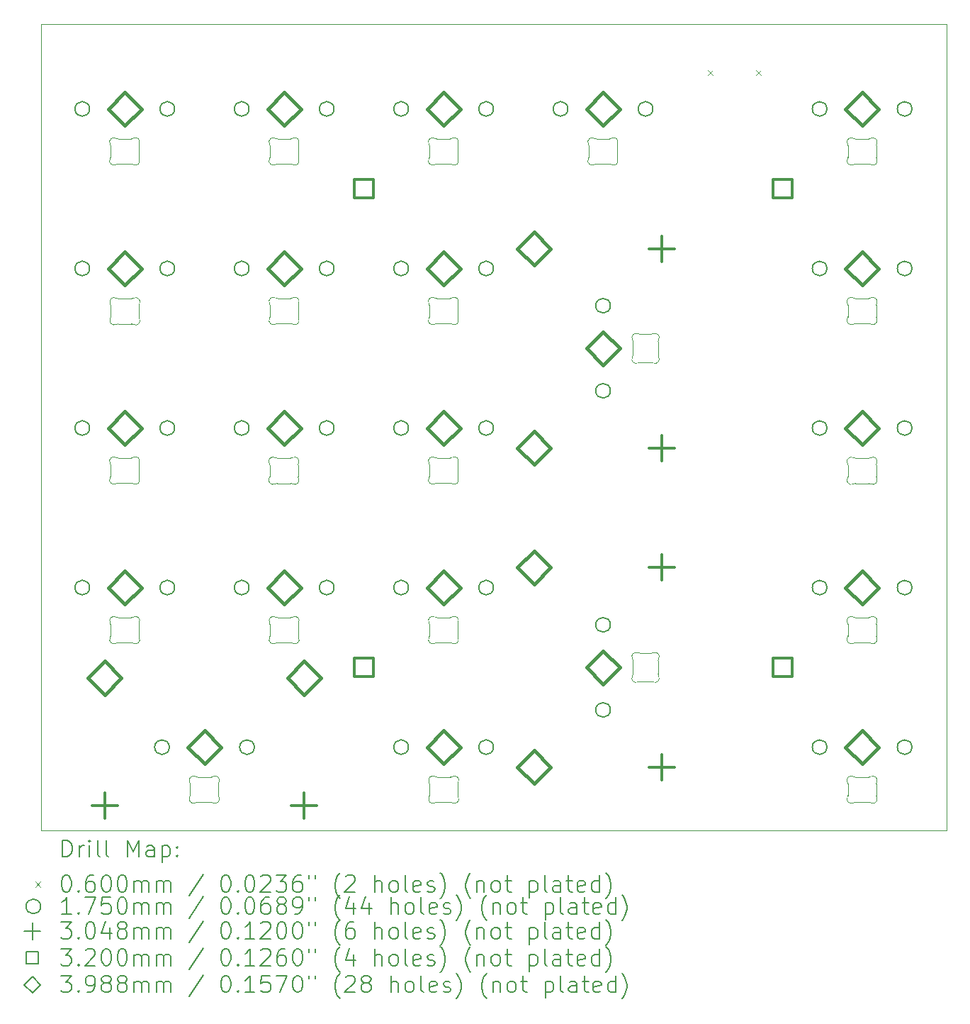
<source format=gbr>
%TF.GenerationSoftware,KiCad,Pcbnew,8.0.6*%
%TF.CreationDate,2024-11-30T15:29:54-05:00*%
%TF.ProjectId,keyboard,6b657962-6f61-4726-942e-6b696361645f,rev?*%
%TF.SameCoordinates,Original*%
%TF.FileFunction,Drillmap*%
%TF.FilePolarity,Positive*%
%FSLAX45Y45*%
G04 Gerber Fmt 4.5, Leading zero omitted, Abs format (unit mm)*
G04 Created by KiCad (PCBNEW 8.0.6) date 2024-11-30 15:29:54*
%MOMM*%
%LPD*%
G01*
G04 APERTURE LIST*
%ADD10C,0.050000*%
%ADD11C,0.100000*%
%ADD12C,0.200000*%
%ADD13C,0.175000*%
%ADD14C,0.304800*%
%ADD15C,0.320000*%
%ADD16C,0.398780*%
G04 APERTURE END LIST*
D10*
X15825000Y-5975000D02*
X26650000Y-5975000D01*
X26650000Y-15600000D01*
X15825000Y-15600000D01*
X15825000Y-5975000D01*
D11*
X16655656Y-7422301D02*
X16655656Y-7562870D01*
X16746210Y-7642585D02*
X16905101Y-7642585D01*
X16905101Y-7342585D02*
X16746210Y-7342585D01*
X16995656Y-7562870D02*
X16995656Y-7422301D01*
X16650707Y-7400613D02*
G75*
G02*
X16655654Y-7422301I-45042J-21682D01*
G01*
X16650707Y-7400613D02*
G75*
G02*
X16720984Y-7335755I45051J21688D01*
G01*
X16655656Y-7562870D02*
G75*
G02*
X16650707Y-7584557I-50006J1D01*
G01*
X16720984Y-7649415D02*
G75*
G02*
X16650708Y-7584558I-25226J43170D01*
G01*
X16720985Y-7649415D02*
G75*
G02*
X16746210Y-7642585I25226J-43171D01*
G01*
X16746210Y-7342585D02*
G75*
G02*
X16720984Y-7335755I0J50001D01*
G01*
X16905101Y-7642585D02*
G75*
G02*
X16930327Y-7649415I0J-50001D01*
G01*
X16930327Y-7335756D02*
G75*
G02*
X16905101Y-7342585I-25226J43171D01*
G01*
X16930327Y-7335756D02*
G75*
G02*
X17000604Y-7400613I25226J-43170D01*
G01*
X16995656Y-7422301D02*
G75*
G02*
X17000604Y-7400613I50007J-2D01*
G01*
X17000604Y-7584557D02*
G75*
G02*
X16930327Y-7649415I-45051J-21688D01*
G01*
X17000604Y-7584557D02*
G75*
G02*
X16995656Y-7562870I45031J21683D01*
G01*
X18558116Y-11234841D02*
X18558116Y-11375410D01*
X18648670Y-11455125D02*
X18807561Y-11455125D01*
X18807561Y-11155126D02*
X18648670Y-11155126D01*
X18898116Y-11375410D02*
X18898116Y-11234841D01*
X18553167Y-11213153D02*
G75*
G02*
X18558114Y-11234841I-45042J-21682D01*
G01*
X18553167Y-11213153D02*
G75*
G02*
X18623445Y-11148296I45051J21688D01*
G01*
X18558116Y-11375410D02*
G75*
G02*
X18553167Y-11397097I-50006J1D01*
G01*
X18623445Y-11461955D02*
G75*
G02*
X18553168Y-11397098I-25226J43170D01*
G01*
X18623445Y-11461955D02*
G75*
G02*
X18648670Y-11455125I25226J-43171D01*
G01*
X18648670Y-11155125D02*
G75*
G02*
X18623445Y-11148296I0J50001D01*
G01*
X18807561Y-11455125D02*
G75*
G02*
X18832787Y-11461955I0J-50001D01*
G01*
X18832787Y-11148296D02*
G75*
G02*
X18807561Y-11155126I-25226J43171D01*
G01*
X18832787Y-11148296D02*
G75*
G02*
X18903064Y-11213153I25226J-43170D01*
G01*
X18898116Y-11234841D02*
G75*
G02*
X18903064Y-11213153I50007J-2D01*
G01*
X18903064Y-11397097D02*
G75*
G02*
X18832787Y-11461955I-45051J-21688D01*
G01*
X18903064Y-11397097D02*
G75*
G02*
X18898116Y-11375410I45031J21683D01*
G01*
X20465000Y-7421966D02*
X20465000Y-7562534D01*
X20555555Y-7642250D02*
X20714445Y-7642250D01*
X20714445Y-7342250D02*
X20555555Y-7342250D01*
X20805000Y-7562534D02*
X20805000Y-7421966D01*
X20460052Y-7400278D02*
G75*
G02*
X20464999Y-7421966I-45042J-21682D01*
G01*
X20460052Y-7400278D02*
G75*
G02*
X20530329Y-7335420I45051J21688D01*
G01*
X20465000Y-7562534D02*
G75*
G02*
X20460052Y-7584222I-50006J1D01*
G01*
X20530329Y-7649080D02*
G75*
G02*
X20460052Y-7584222I-25226J43170D01*
G01*
X20530329Y-7649080D02*
G75*
G02*
X20555555Y-7642250I25226J-43171D01*
G01*
X20555555Y-7342250D02*
G75*
G02*
X20530329Y-7335420I0J50001D01*
G01*
X20714445Y-7642250D02*
G75*
G02*
X20739671Y-7649080I0J-50001D01*
G01*
X20739671Y-7335420D02*
G75*
G02*
X20714445Y-7342250I-25226J43171D01*
G01*
X20739671Y-7335420D02*
G75*
G02*
X20809949Y-7400278I25226J-43170D01*
G01*
X20805000Y-7421966D02*
G75*
G02*
X20809948Y-7400278I50007J-2D01*
G01*
X20809948Y-7584222D02*
G75*
G02*
X20739671Y-7649080I-45051J-21688D01*
G01*
X20809948Y-7584222D02*
G75*
G02*
X20805000Y-7562534I45031J21683D01*
G01*
X25468004Y-7422301D02*
X25468004Y-7562870D01*
X25558559Y-7642585D02*
X25717450Y-7642585D01*
X25717450Y-7342585D02*
X25558559Y-7342585D01*
X25808004Y-7562870D02*
X25808004Y-7422301D01*
X25463056Y-7400613D02*
G75*
G02*
X25468003Y-7422301I-45042J-21682D01*
G01*
X25463056Y-7400613D02*
G75*
G02*
X25533333Y-7335755I45051J21688D01*
G01*
X25468004Y-7562870D02*
G75*
G02*
X25463056Y-7584557I-50006J1D01*
G01*
X25533333Y-7649415D02*
G75*
G02*
X25463056Y-7584558I-25226J43170D01*
G01*
X25533333Y-7649415D02*
G75*
G02*
X25558559Y-7642585I25226J-43171D01*
G01*
X25558559Y-7342585D02*
G75*
G02*
X25533333Y-7335755I0J50001D01*
G01*
X25717450Y-7642585D02*
G75*
G02*
X25742675Y-7649415I0J-50001D01*
G01*
X25742675Y-7335756D02*
G75*
G02*
X25717450Y-7342585I-25226J43171D01*
G01*
X25742675Y-7335756D02*
G75*
G02*
X25812953Y-7400613I25226J-43170D01*
G01*
X25808004Y-7422301D02*
G75*
G02*
X25812953Y-7400613I50007J-2D01*
G01*
X25812953Y-7584557D02*
G75*
G02*
X25742675Y-7649415I-45051J-21688D01*
G01*
X25812953Y-7584557D02*
G75*
G02*
X25808004Y-7562870I45031J21683D01*
G01*
X16655656Y-11232301D02*
X16655656Y-11372870D01*
X16746210Y-11452585D02*
X16905101Y-11452585D01*
X16905101Y-11152586D02*
X16746210Y-11152586D01*
X16995656Y-11372870D02*
X16995656Y-11232301D01*
X16650707Y-11210613D02*
G75*
G02*
X16655654Y-11232301I-45042J-21682D01*
G01*
X16650707Y-11210613D02*
G75*
G02*
X16720984Y-11145756I45051J21688D01*
G01*
X16655656Y-11372870D02*
G75*
G02*
X16650707Y-11394557I-50006J1D01*
G01*
X16720984Y-11459415D02*
G75*
G02*
X16650708Y-11394558I-25226J43170D01*
G01*
X16720985Y-11459415D02*
G75*
G02*
X16746210Y-11452585I25226J-43171D01*
G01*
X16746210Y-11152585D02*
G75*
G02*
X16720984Y-11145756I0J50001D01*
G01*
X16905101Y-11452585D02*
G75*
G02*
X16930327Y-11459415I0J-50001D01*
G01*
X16930327Y-11145756D02*
G75*
G02*
X16905101Y-11152586I-25226J43171D01*
G01*
X16930327Y-11145756D02*
G75*
G02*
X17000604Y-11210613I25226J-43170D01*
G01*
X16995656Y-11232301D02*
G75*
G02*
X17000604Y-11210613I50007J-2D01*
G01*
X17000604Y-11394557D02*
G75*
G02*
X16930327Y-11459415I-45051J-21688D01*
G01*
X17000604Y-11394557D02*
G75*
G02*
X16995656Y-11372870I45031J21683D01*
G01*
X18560656Y-7422301D02*
X18560656Y-7562870D01*
X18651210Y-7642585D02*
X18810101Y-7642585D01*
X18810101Y-7342585D02*
X18651210Y-7342585D01*
X18900656Y-7562870D02*
X18900656Y-7422301D01*
X18555707Y-7400613D02*
G75*
G02*
X18560654Y-7422301I-45042J-21682D01*
G01*
X18555707Y-7400613D02*
G75*
G02*
X18625985Y-7335755I45051J21688D01*
G01*
X18560656Y-7562870D02*
G75*
G02*
X18555707Y-7584557I-50006J1D01*
G01*
X18625985Y-7649415D02*
G75*
G02*
X18555708Y-7584558I-25226J43170D01*
G01*
X18625985Y-7649415D02*
G75*
G02*
X18651210Y-7642585I25226J-43171D01*
G01*
X18651210Y-7342585D02*
G75*
G02*
X18625985Y-7335755I0J50001D01*
G01*
X18810101Y-7642585D02*
G75*
G02*
X18835327Y-7649415I0J-50001D01*
G01*
X18835327Y-7335756D02*
G75*
G02*
X18810101Y-7342585I-25226J43171D01*
G01*
X18835327Y-7335756D02*
G75*
G02*
X18905604Y-7400613I25226J-43170D01*
G01*
X18900656Y-7422301D02*
G75*
G02*
X18905604Y-7400613I50007J-2D01*
G01*
X18905604Y-7584557D02*
G75*
G02*
X18835327Y-7649415I-45051J-21688D01*
G01*
X18905604Y-7584557D02*
G75*
G02*
X18900656Y-7562870I45031J21683D01*
G01*
X25467404Y-9327230D02*
X25467404Y-9467799D01*
X25557959Y-9547514D02*
X25716850Y-9547514D01*
X25716850Y-9247515D02*
X25557959Y-9247515D01*
X25807404Y-9467799D02*
X25807404Y-9327230D01*
X25462456Y-9305542D02*
G75*
G02*
X25467403Y-9327230I-45042J-21682D01*
G01*
X25462456Y-9305542D02*
G75*
G02*
X25532733Y-9240685I45051J21688D01*
G01*
X25467404Y-9467799D02*
G75*
G02*
X25462456Y-9489487I-50006J1D01*
G01*
X25532733Y-9554344D02*
G75*
G02*
X25462456Y-9489487I-25226J43170D01*
G01*
X25532733Y-9554344D02*
G75*
G02*
X25557959Y-9547515I25226J-43171D01*
G01*
X25557959Y-9247514D02*
G75*
G02*
X25532733Y-9240685I0J50001D01*
G01*
X25716850Y-9547514D02*
G75*
G02*
X25742075Y-9554344I0J-50001D01*
G01*
X25742075Y-9240685D02*
G75*
G02*
X25716850Y-9247515I-25226J43171D01*
G01*
X25742075Y-9240685D02*
G75*
G02*
X25812353Y-9305542I25226J-43170D01*
G01*
X25807404Y-9327230D02*
G75*
G02*
X25812353Y-9305542I50007J-2D01*
G01*
X25812353Y-9489486D02*
G75*
G02*
X25742075Y-9554344I-45051J-21688D01*
G01*
X25812353Y-9489486D02*
G75*
G02*
X25807404Y-9467799I45031J21683D01*
G01*
X16656744Y-13137993D02*
X16656744Y-13278561D01*
X16747299Y-13358277D02*
X16906190Y-13358277D01*
X16906190Y-13058277D02*
X16747299Y-13058277D01*
X16996744Y-13278561D02*
X16996744Y-13137993D01*
X16651796Y-13116305D02*
G75*
G02*
X16656743Y-13137993I-45042J-21682D01*
G01*
X16651796Y-13116305D02*
G75*
G02*
X16722073Y-13051447I45051J21688D01*
G01*
X16656744Y-13278561D02*
G75*
G02*
X16651796Y-13300249I-50006J1D01*
G01*
X16722073Y-13365107D02*
G75*
G02*
X16651796Y-13300249I-25226J43170D01*
G01*
X16722073Y-13365107D02*
G75*
G02*
X16747299Y-13358277I25226J-43171D01*
G01*
X16747299Y-13058277D02*
G75*
G02*
X16722073Y-13051447I0J50001D01*
G01*
X16906190Y-13358277D02*
G75*
G02*
X16931416Y-13365107I0J-50001D01*
G01*
X16931416Y-13051447D02*
G75*
G02*
X16906190Y-13058277I-25226J43171D01*
G01*
X16931416Y-13051447D02*
G75*
G02*
X17001693Y-13116305I25226J-43170D01*
G01*
X16996744Y-13137993D02*
G75*
G02*
X17001693Y-13116305I50007J-2D01*
G01*
X17001693Y-13300249D02*
G75*
G02*
X16931416Y-13365107I-45051J-21688D01*
G01*
X17001693Y-13300249D02*
G75*
G02*
X16996744Y-13278561I45031J21683D01*
G01*
X22370656Y-7422301D02*
X22370656Y-7562870D01*
X22461210Y-7642585D02*
X22620101Y-7642585D01*
X22620101Y-7342585D02*
X22461210Y-7342585D01*
X22710655Y-7562870D02*
X22710655Y-7422301D01*
X22365707Y-7400613D02*
G75*
G02*
X22370654Y-7422301I-45042J-21682D01*
G01*
X22365707Y-7400613D02*
G75*
G02*
X22435984Y-7335755I45051J21688D01*
G01*
X22370656Y-7562870D02*
G75*
G02*
X22365707Y-7584557I-50006J1D01*
G01*
X22435984Y-7649415D02*
G75*
G02*
X22365708Y-7584558I-25226J43170D01*
G01*
X22435985Y-7649415D02*
G75*
G02*
X22461210Y-7642585I25226J-43171D01*
G01*
X22461210Y-7342585D02*
G75*
G02*
X22435984Y-7335755I0J50001D01*
G01*
X22620101Y-7642585D02*
G75*
G02*
X22645327Y-7649415I0J-50001D01*
G01*
X22645327Y-7335756D02*
G75*
G02*
X22620101Y-7342585I-25226J43171D01*
G01*
X22645327Y-7335756D02*
G75*
G02*
X22715604Y-7400613I25226J-43170D01*
G01*
X22710655Y-7422301D02*
G75*
G02*
X22715604Y-7400613I50007J-2D01*
G01*
X22715604Y-7584557D02*
G75*
G02*
X22645327Y-7649415I-45051J-21688D01*
G01*
X22715604Y-7584557D02*
G75*
G02*
X22710655Y-7562870I45031J21683D01*
G01*
X18561745Y-13137993D02*
X18561745Y-13278561D01*
X18652299Y-13358277D02*
X18811190Y-13358277D01*
X18811190Y-13058277D02*
X18652299Y-13058277D01*
X18901744Y-13278561D02*
X18901744Y-13137993D01*
X18556796Y-13116305D02*
G75*
G02*
X18561743Y-13137993I-45042J-21682D01*
G01*
X18556796Y-13116305D02*
G75*
G02*
X18627073Y-13051447I45051J21688D01*
G01*
X18561745Y-13278561D02*
G75*
G02*
X18556796Y-13300249I-50006J1D01*
G01*
X18627073Y-13365107D02*
G75*
G02*
X18556796Y-13300249I-25226J43170D01*
G01*
X18627073Y-13365107D02*
G75*
G02*
X18652299Y-13358277I25226J-43171D01*
G01*
X18652299Y-13058277D02*
G75*
G02*
X18627073Y-13051447I0J50001D01*
G01*
X18811190Y-13358277D02*
G75*
G02*
X18836416Y-13365107I0J-50001D01*
G01*
X18836416Y-13051447D02*
G75*
G02*
X18811190Y-13058277I-25226J43171D01*
G01*
X18836416Y-13051447D02*
G75*
G02*
X18906693Y-13116305I25226J-43170D01*
G01*
X18901744Y-13137993D02*
G75*
G02*
X18906693Y-13116305I50007J-2D01*
G01*
X18906693Y-13300249D02*
G75*
G02*
X18836416Y-13365107I-45051J-21688D01*
G01*
X18906693Y-13300249D02*
G75*
G02*
X18901744Y-13278561I45031J21683D01*
G01*
X17608156Y-15042301D02*
X17608156Y-15182870D01*
X17698710Y-15262585D02*
X17857601Y-15262585D01*
X17857601Y-14962585D02*
X17698710Y-14962585D01*
X17948156Y-15182870D02*
X17948156Y-15042301D01*
X17603207Y-15020613D02*
G75*
G02*
X17608154Y-15042301I-45042J-21682D01*
G01*
X17603207Y-15020613D02*
G75*
G02*
X17673485Y-14955755I45051J21688D01*
G01*
X17608156Y-15182870D02*
G75*
G02*
X17603207Y-15204557I-50006J1D01*
G01*
X17673485Y-15269415D02*
G75*
G02*
X17603208Y-15204558I-25226J43170D01*
G01*
X17673485Y-15269415D02*
G75*
G02*
X17698710Y-15262585I25226J-43171D01*
G01*
X17698710Y-14962585D02*
G75*
G02*
X17673485Y-14955755I0J50001D01*
G01*
X17857601Y-15262585D02*
G75*
G02*
X17882827Y-15269415I0J-50001D01*
G01*
X17882827Y-14955756D02*
G75*
G02*
X17857601Y-14962585I-25226J43171D01*
G01*
X17882827Y-14955756D02*
G75*
G02*
X17953104Y-15020613I25226J-43170D01*
G01*
X17948156Y-15042301D02*
G75*
G02*
X17953104Y-15020613I50007J-2D01*
G01*
X17953104Y-15204557D02*
G75*
G02*
X17882827Y-15269415I-45051J-21688D01*
G01*
X17953104Y-15204557D02*
G75*
G02*
X17948156Y-15182870I45031J21683D01*
G01*
X20468196Y-15042301D02*
X20468196Y-15182870D01*
X20558750Y-15262585D02*
X20717641Y-15262585D01*
X20717641Y-14962585D02*
X20558750Y-14962585D01*
X20808196Y-15182870D02*
X20808196Y-15042301D01*
X20463247Y-15020613D02*
G75*
G02*
X20468194Y-15042301I-45042J-21682D01*
G01*
X20463247Y-15020613D02*
G75*
G02*
X20533525Y-14955755I45051J21688D01*
G01*
X20468196Y-15182870D02*
G75*
G02*
X20463247Y-15204557I-50006J1D01*
G01*
X20533525Y-15269415D02*
G75*
G02*
X20463248Y-15204558I-25226J43170D01*
G01*
X20533525Y-15269415D02*
G75*
G02*
X20558750Y-15262585I25226J-43171D01*
G01*
X20558750Y-14962585D02*
G75*
G02*
X20533525Y-14955755I0J50001D01*
G01*
X20717641Y-15262585D02*
G75*
G02*
X20742867Y-15269415I0J-50001D01*
G01*
X20742867Y-14955756D02*
G75*
G02*
X20717641Y-14962585I-25226J43171D01*
G01*
X20742867Y-14955756D02*
G75*
G02*
X20813144Y-15020613I25226J-43170D01*
G01*
X20808196Y-15042301D02*
G75*
G02*
X20813144Y-15020613I50007J-2D01*
G01*
X20813144Y-15204557D02*
G75*
G02*
X20742867Y-15269415I-45051J-21688D01*
G01*
X20813144Y-15204557D02*
G75*
G02*
X20808196Y-15182870I45031J21683D01*
G01*
X16658796Y-9330346D02*
X16658796Y-9470914D01*
X16749350Y-9550630D02*
X16908241Y-9550630D01*
X16908241Y-9250630D02*
X16749350Y-9250630D01*
X16998796Y-9470914D02*
X16998796Y-9330346D01*
X16653847Y-9308658D02*
G75*
G02*
X16658794Y-9330346I-45042J-21682D01*
G01*
X16653847Y-9308658D02*
G75*
G02*
X16724124Y-9243800I45051J21688D01*
G01*
X16658796Y-9470914D02*
G75*
G02*
X16653847Y-9492602I-50006J1D01*
G01*
X16724124Y-9557460D02*
G75*
G02*
X16653848Y-9492602I-25226J43170D01*
G01*
X16724125Y-9557460D02*
G75*
G02*
X16749350Y-9550630I25226J-43171D01*
G01*
X16749350Y-9250630D02*
G75*
G02*
X16724124Y-9243800I0J50001D01*
G01*
X16908241Y-9550630D02*
G75*
G02*
X16933467Y-9557460I0J-50001D01*
G01*
X16933467Y-9243800D02*
G75*
G02*
X16908241Y-9250630I-25226J43171D01*
G01*
X16933467Y-9243800D02*
G75*
G02*
X17003744Y-9308658I25226J-43170D01*
G01*
X16998796Y-9330346D02*
G75*
G02*
X17003744Y-9308658I50007J-2D01*
G01*
X17003744Y-9492602D02*
G75*
G02*
X16933467Y-9557460I-45051J-21688D01*
G01*
X17003744Y-9492602D02*
G75*
G02*
X16998796Y-9470914I45031J21683D01*
G01*
X25467516Y-15042806D02*
X25467516Y-15183374D01*
X25558070Y-15263090D02*
X25716961Y-15263090D01*
X25716961Y-14963090D02*
X25558070Y-14963090D01*
X25807515Y-15183374D02*
X25807515Y-15042806D01*
X25462567Y-15021118D02*
G75*
G02*
X25467514Y-15042806I-45042J-21682D01*
G01*
X25462567Y-15021118D02*
G75*
G02*
X25532844Y-14956260I45051J21688D01*
G01*
X25467516Y-15183374D02*
G75*
G02*
X25462567Y-15205062I-50006J1D01*
G01*
X25532844Y-15269920D02*
G75*
G02*
X25462568Y-15205062I-25226J43170D01*
G01*
X25532845Y-15269920D02*
G75*
G02*
X25558070Y-15263090I25226J-43171D01*
G01*
X25558070Y-14963090D02*
G75*
G02*
X25532844Y-14956260I0J50001D01*
G01*
X25716961Y-15263090D02*
G75*
G02*
X25742187Y-15269920I0J-50001D01*
G01*
X25742187Y-14956260D02*
G75*
G02*
X25716961Y-14963090I-25226J43171D01*
G01*
X25742187Y-14956260D02*
G75*
G02*
X25812464Y-15021118I25226J-43170D01*
G01*
X25807515Y-15042806D02*
G75*
G02*
X25812464Y-15021118I50007J-2D01*
G01*
X25812464Y-15205062D02*
G75*
G02*
X25742187Y-15269920I-45051J-21688D01*
G01*
X25812464Y-15205062D02*
G75*
G02*
X25807515Y-15183374I45031J21683D01*
G01*
X25467404Y-13137230D02*
X25467404Y-13277799D01*
X25557959Y-13357514D02*
X25716850Y-13357514D01*
X25716850Y-13057514D02*
X25557959Y-13057514D01*
X25807404Y-13277799D02*
X25807404Y-13137230D01*
X25462456Y-13115542D02*
G75*
G02*
X25467403Y-13137230I-45042J-21682D01*
G01*
X25462456Y-13115542D02*
G75*
G02*
X25532733Y-13050684I45051J21688D01*
G01*
X25467404Y-13277799D02*
G75*
G02*
X25462456Y-13299486I-50006J1D01*
G01*
X25532733Y-13364344D02*
G75*
G02*
X25462456Y-13299487I-25226J43170D01*
G01*
X25532733Y-13364344D02*
G75*
G02*
X25557959Y-13357514I25226J-43171D01*
G01*
X25557959Y-13057514D02*
G75*
G02*
X25532733Y-13050684I0J50001D01*
G01*
X25716850Y-13357514D02*
G75*
G02*
X25742075Y-13364344I0J-50001D01*
G01*
X25742075Y-13050685D02*
G75*
G02*
X25716850Y-13057514I-25226J43171D01*
G01*
X25742075Y-13050685D02*
G75*
G02*
X25812353Y-13115542I25226J-43170D01*
G01*
X25807404Y-13137230D02*
G75*
G02*
X25812353Y-13115542I50007J-2D01*
G01*
X25812353Y-13299486D02*
G75*
G02*
X25742075Y-13364344I-45051J-21688D01*
G01*
X25812353Y-13299486D02*
G75*
G02*
X25807404Y-13277799I45031J21683D01*
G01*
X20466145Y-13137230D02*
X20466145Y-13277799D01*
X20556699Y-13357514D02*
X20715590Y-13357514D01*
X20715590Y-13057514D02*
X20556699Y-13057514D01*
X20806144Y-13277799D02*
X20806144Y-13137230D01*
X20461196Y-13115542D02*
G75*
G02*
X20466143Y-13137230I-45042J-21682D01*
G01*
X20461196Y-13115542D02*
G75*
G02*
X20531473Y-13050684I45051J21688D01*
G01*
X20466145Y-13277799D02*
G75*
G02*
X20461196Y-13299486I-50006J1D01*
G01*
X20531473Y-13364344D02*
G75*
G02*
X20461196Y-13299487I-25226J43170D01*
G01*
X20531473Y-13364344D02*
G75*
G02*
X20556699Y-13357514I25226J-43171D01*
G01*
X20556699Y-13057514D02*
G75*
G02*
X20531473Y-13050684I0J50001D01*
G01*
X20715590Y-13357514D02*
G75*
G02*
X20740816Y-13364344I0J-50001D01*
G01*
X20740816Y-13050685D02*
G75*
G02*
X20715590Y-13057514I-25226J43171D01*
G01*
X20740816Y-13050685D02*
G75*
G02*
X20811093Y-13115542I25226J-43170D01*
G01*
X20806144Y-13137230D02*
G75*
G02*
X20811093Y-13115542I50007J-2D01*
G01*
X20811093Y-13299486D02*
G75*
G02*
X20740816Y-13364344I-45051J-21688D01*
G01*
X20811093Y-13299486D02*
G75*
G02*
X20806144Y-13277799I45031J21683D01*
G01*
X20465656Y-11232441D02*
X20465656Y-11373010D01*
X20556210Y-11452725D02*
X20715101Y-11452725D01*
X20715101Y-11152726D02*
X20556210Y-11152726D01*
X20805656Y-11373010D02*
X20805656Y-11232441D01*
X20460707Y-11210753D02*
G75*
G02*
X20465654Y-11232441I-45042J-21682D01*
G01*
X20460707Y-11210753D02*
G75*
G02*
X20530985Y-11145896I45051J21688D01*
G01*
X20465656Y-11373010D02*
G75*
G02*
X20460707Y-11394697I-50006J1D01*
G01*
X20530985Y-11459555D02*
G75*
G02*
X20460708Y-11394698I-25226J43170D01*
G01*
X20530985Y-11459555D02*
G75*
G02*
X20556210Y-11452725I25226J-43171D01*
G01*
X20556210Y-11152725D02*
G75*
G02*
X20530985Y-11145896I0J50001D01*
G01*
X20715101Y-11452725D02*
G75*
G02*
X20740327Y-11459555I0J-50001D01*
G01*
X20740327Y-11145896D02*
G75*
G02*
X20715101Y-11152726I-25226J43171D01*
G01*
X20740327Y-11145896D02*
G75*
G02*
X20810604Y-11210753I25226J-43170D01*
G01*
X20805656Y-11232441D02*
G75*
G02*
X20810604Y-11210753I50007J-2D01*
G01*
X20810604Y-11394697D02*
G75*
G02*
X20740327Y-11459555I-45051J-21688D01*
G01*
X20810604Y-11394697D02*
G75*
G02*
X20805656Y-11373010I45031J21683D01*
G01*
X22900154Y-13573210D02*
X22900154Y-13732101D01*
X22979870Y-13822655D02*
X23120439Y-13822655D01*
X23120439Y-13482656D02*
X22979870Y-13482656D01*
X23200154Y-13732101D02*
X23200154Y-13573210D01*
X22893325Y-13547984D02*
G75*
G02*
X22900154Y-13573210I-43171J-25226D01*
G01*
X22893325Y-13547984D02*
G75*
G02*
X22958182Y-13477707I43170J25226D01*
G01*
X22900154Y-13732101D02*
G75*
G02*
X22893324Y-13757327I-50001J0D01*
G01*
X22958182Y-13827604D02*
G75*
G02*
X22893324Y-13757327I-21688J45051D01*
G01*
X22958182Y-13827604D02*
G75*
G02*
X22979870Y-13822657I21682J-45042D01*
G01*
X22979870Y-13482656D02*
G75*
G02*
X22958182Y-13477707I2J50007D01*
G01*
X23120439Y-13822655D02*
G75*
G02*
X23142126Y-13827604I-1J-50006D01*
G01*
X23142126Y-13477707D02*
G75*
G02*
X23206984Y-13547984I21688J-45051D01*
G01*
X23142126Y-13477707D02*
G75*
G02*
X23120439Y-13482656I-21683J45031D01*
G01*
X23200154Y-13573210D02*
G75*
G02*
X23206984Y-13547984I50001J0D01*
G01*
X23206984Y-13757327D02*
G75*
G02*
X23142127Y-13827604I-43170J-25226D01*
G01*
X23206984Y-13757327D02*
G75*
G02*
X23200154Y-13732101I43171J25226D01*
G01*
X18561145Y-9327230D02*
X18561145Y-9467799D01*
X18651699Y-9547514D02*
X18810590Y-9547514D01*
X18810590Y-9247515D02*
X18651699Y-9247515D01*
X18901144Y-9467799D02*
X18901144Y-9327230D01*
X18556196Y-9305542D02*
G75*
G02*
X18561143Y-9327230I-45042J-21682D01*
G01*
X18556196Y-9305542D02*
G75*
G02*
X18626473Y-9240685I45051J21688D01*
G01*
X18561145Y-9467799D02*
G75*
G02*
X18556196Y-9489487I-50006J1D01*
G01*
X18626473Y-9554344D02*
G75*
G02*
X18556196Y-9489487I-25226J43170D01*
G01*
X18626473Y-9554344D02*
G75*
G02*
X18651699Y-9547515I25226J-43171D01*
G01*
X18651699Y-9247514D02*
G75*
G02*
X18626473Y-9240685I0J50001D01*
G01*
X18810590Y-9547514D02*
G75*
G02*
X18835816Y-9554344I0J-50001D01*
G01*
X18835816Y-9240685D02*
G75*
G02*
X18810590Y-9247515I-25226J43171D01*
G01*
X18835816Y-9240685D02*
G75*
G02*
X18906093Y-9305542I25226J-43170D01*
G01*
X18901144Y-9327230D02*
G75*
G02*
X18906093Y-9305542I50007J-2D01*
G01*
X18906093Y-9489486D02*
G75*
G02*
X18835816Y-9554344I-45051J-21688D01*
G01*
X18906093Y-9489486D02*
G75*
G02*
X18901144Y-9467799I45031J21683D01*
G01*
X22900777Y-9764410D02*
X22900777Y-9923301D01*
X22980493Y-10013856D02*
X23121061Y-10013856D01*
X23121061Y-9673856D02*
X22980493Y-9673856D01*
X23200777Y-9923301D02*
X23200777Y-9764410D01*
X22893947Y-9739185D02*
G75*
G02*
X22900777Y-9764410I-43171J-25226D01*
G01*
X22893947Y-9739185D02*
G75*
G02*
X22958805Y-9668907I43170J25226D01*
G01*
X22900777Y-9923301D02*
G75*
G02*
X22893947Y-9948527I-50001J0D01*
G01*
X22958805Y-10018804D02*
G75*
G02*
X22893947Y-9948527I-21688J45051D01*
G01*
X22958805Y-10018804D02*
G75*
G02*
X22980493Y-10013857I21682J-45042D01*
G01*
X22980493Y-9673856D02*
G75*
G02*
X22958805Y-9668907I2J50007D01*
G01*
X23121061Y-10013856D02*
G75*
G02*
X23142749Y-10018804I-1J-50006D01*
G01*
X23142749Y-9668907D02*
G75*
G02*
X23207607Y-9739185I21688J-45051D01*
G01*
X23142749Y-9668907D02*
G75*
G02*
X23121061Y-9673856I-21683J45031D01*
G01*
X23200777Y-9764410D02*
G75*
G02*
X23207607Y-9739185I50001J0D01*
G01*
X23207607Y-9948527D02*
G75*
G02*
X23142749Y-10018804I-43170J-25226D01*
G01*
X23207607Y-9948527D02*
G75*
G02*
X23200777Y-9923301I43171J25226D01*
G01*
X20464805Y-9327230D02*
X20464805Y-9467799D01*
X20555359Y-9547514D02*
X20714250Y-9547514D01*
X20714250Y-9247515D02*
X20555359Y-9247515D01*
X20804804Y-9467799D02*
X20804804Y-9327230D01*
X20459856Y-9305542D02*
G75*
G02*
X20464803Y-9327230I-45042J-21682D01*
G01*
X20459856Y-9305542D02*
G75*
G02*
X20530133Y-9240685I45051J21688D01*
G01*
X20464805Y-9467799D02*
G75*
G02*
X20459856Y-9489487I-50006J1D01*
G01*
X20530133Y-9554344D02*
G75*
G02*
X20459856Y-9489487I-25226J43170D01*
G01*
X20530133Y-9554344D02*
G75*
G02*
X20555359Y-9547515I25226J-43171D01*
G01*
X20555359Y-9247514D02*
G75*
G02*
X20530133Y-9240685I0J50001D01*
G01*
X20714250Y-9547514D02*
G75*
G02*
X20739476Y-9554344I0J-50001D01*
G01*
X20739476Y-9240685D02*
G75*
G02*
X20714250Y-9247515I-25226J43171D01*
G01*
X20739476Y-9240685D02*
G75*
G02*
X20809753Y-9305542I25226J-43170D01*
G01*
X20804804Y-9327230D02*
G75*
G02*
X20809753Y-9305542I50007J-2D01*
G01*
X20809753Y-9489486D02*
G75*
G02*
X20739476Y-9554344I-45051J-21688D01*
G01*
X20809753Y-9489486D02*
G75*
G02*
X20804804Y-9467799I45031J21683D01*
G01*
X25467516Y-11235346D02*
X25467516Y-11375914D01*
X25558070Y-11455630D02*
X25716961Y-11455630D01*
X25716961Y-11155630D02*
X25558070Y-11155630D01*
X25807515Y-11375914D02*
X25807515Y-11235346D01*
X25462567Y-11213658D02*
G75*
G02*
X25467514Y-11235346I-45042J-21682D01*
G01*
X25462567Y-11213658D02*
G75*
G02*
X25532844Y-11148800I45051J21688D01*
G01*
X25467516Y-11375914D02*
G75*
G02*
X25462567Y-11397602I-50006J1D01*
G01*
X25532844Y-11462460D02*
G75*
G02*
X25462568Y-11397602I-25226J43170D01*
G01*
X25532845Y-11462460D02*
G75*
G02*
X25558070Y-11455630I25226J-43171D01*
G01*
X25558070Y-11155630D02*
G75*
G02*
X25532844Y-11148800I0J50001D01*
G01*
X25716961Y-11455630D02*
G75*
G02*
X25742187Y-11462460I0J-50001D01*
G01*
X25742187Y-11148800D02*
G75*
G02*
X25716961Y-11155630I-25226J43171D01*
G01*
X25742187Y-11148800D02*
G75*
G02*
X25812464Y-11213658I25226J-43170D01*
G01*
X25807515Y-11235346D02*
G75*
G02*
X25812464Y-11213658I50007J-2D01*
G01*
X25812464Y-11397602D02*
G75*
G02*
X25742187Y-11462460I-45051J-21688D01*
G01*
X25812464Y-11397602D02*
G75*
G02*
X25807515Y-11375914I45031J21683D01*
G01*
D12*
D11*
X23794750Y-6521750D02*
X23854750Y-6581750D01*
X23854750Y-6521750D02*
X23794750Y-6581750D01*
X24372750Y-6521750D02*
X24432750Y-6581750D01*
X24432750Y-6521750D02*
X24372750Y-6581750D01*
D13*
X16407000Y-6985000D02*
G75*
G02*
X16232000Y-6985000I-87500J0D01*
G01*
X16232000Y-6985000D02*
G75*
G02*
X16407000Y-6985000I87500J0D01*
G01*
X16407000Y-8890000D02*
G75*
G02*
X16232000Y-8890000I-87500J0D01*
G01*
X16232000Y-8890000D02*
G75*
G02*
X16407000Y-8890000I87500J0D01*
G01*
X16407000Y-10795000D02*
G75*
G02*
X16232000Y-10795000I-87500J0D01*
G01*
X16232000Y-10795000D02*
G75*
G02*
X16407000Y-10795000I87500J0D01*
G01*
X16407000Y-12700000D02*
G75*
G02*
X16232000Y-12700000I-87500J0D01*
G01*
X16232000Y-12700000D02*
G75*
G02*
X16407000Y-12700000I87500J0D01*
G01*
X17359500Y-14605000D02*
G75*
G02*
X17184500Y-14605000I-87500J0D01*
G01*
X17184500Y-14605000D02*
G75*
G02*
X17359500Y-14605000I87500J0D01*
G01*
X17423000Y-6985000D02*
G75*
G02*
X17248000Y-6985000I-87500J0D01*
G01*
X17248000Y-6985000D02*
G75*
G02*
X17423000Y-6985000I87500J0D01*
G01*
X17423000Y-8890000D02*
G75*
G02*
X17248000Y-8890000I-87500J0D01*
G01*
X17248000Y-8890000D02*
G75*
G02*
X17423000Y-8890000I87500J0D01*
G01*
X17423000Y-10795000D02*
G75*
G02*
X17248000Y-10795000I-87500J0D01*
G01*
X17248000Y-10795000D02*
G75*
G02*
X17423000Y-10795000I87500J0D01*
G01*
X17423000Y-12700000D02*
G75*
G02*
X17248000Y-12700000I-87500J0D01*
G01*
X17248000Y-12700000D02*
G75*
G02*
X17423000Y-12700000I87500J0D01*
G01*
X18312000Y-6985000D02*
G75*
G02*
X18137000Y-6985000I-87500J0D01*
G01*
X18137000Y-6985000D02*
G75*
G02*
X18312000Y-6985000I87500J0D01*
G01*
X18312000Y-8890000D02*
G75*
G02*
X18137000Y-8890000I-87500J0D01*
G01*
X18137000Y-8890000D02*
G75*
G02*
X18312000Y-8890000I87500J0D01*
G01*
X18312000Y-10795000D02*
G75*
G02*
X18137000Y-10795000I-87500J0D01*
G01*
X18137000Y-10795000D02*
G75*
G02*
X18312000Y-10795000I87500J0D01*
G01*
X18312000Y-12700000D02*
G75*
G02*
X18137000Y-12700000I-87500J0D01*
G01*
X18137000Y-12700000D02*
G75*
G02*
X18312000Y-12700000I87500J0D01*
G01*
X18375500Y-14605000D02*
G75*
G02*
X18200500Y-14605000I-87500J0D01*
G01*
X18200500Y-14605000D02*
G75*
G02*
X18375500Y-14605000I87500J0D01*
G01*
X19328000Y-6985000D02*
G75*
G02*
X19153000Y-6985000I-87500J0D01*
G01*
X19153000Y-6985000D02*
G75*
G02*
X19328000Y-6985000I87500J0D01*
G01*
X19328000Y-8890000D02*
G75*
G02*
X19153000Y-8890000I-87500J0D01*
G01*
X19153000Y-8890000D02*
G75*
G02*
X19328000Y-8890000I87500J0D01*
G01*
X19328000Y-10795000D02*
G75*
G02*
X19153000Y-10795000I-87500J0D01*
G01*
X19153000Y-10795000D02*
G75*
G02*
X19328000Y-10795000I87500J0D01*
G01*
X19328000Y-12700000D02*
G75*
G02*
X19153000Y-12700000I-87500J0D01*
G01*
X19153000Y-12700000D02*
G75*
G02*
X19328000Y-12700000I87500J0D01*
G01*
X20217000Y-6985000D02*
G75*
G02*
X20042000Y-6985000I-87500J0D01*
G01*
X20042000Y-6985000D02*
G75*
G02*
X20217000Y-6985000I87500J0D01*
G01*
X20217000Y-8890000D02*
G75*
G02*
X20042000Y-8890000I-87500J0D01*
G01*
X20042000Y-8890000D02*
G75*
G02*
X20217000Y-8890000I87500J0D01*
G01*
X20217000Y-10795000D02*
G75*
G02*
X20042000Y-10795000I-87500J0D01*
G01*
X20042000Y-10795000D02*
G75*
G02*
X20217000Y-10795000I87500J0D01*
G01*
X20217000Y-12700000D02*
G75*
G02*
X20042000Y-12700000I-87500J0D01*
G01*
X20042000Y-12700000D02*
G75*
G02*
X20217000Y-12700000I87500J0D01*
G01*
X20217000Y-14605000D02*
G75*
G02*
X20042000Y-14605000I-87500J0D01*
G01*
X20042000Y-14605000D02*
G75*
G02*
X20217000Y-14605000I87500J0D01*
G01*
X21233000Y-6985000D02*
G75*
G02*
X21058000Y-6985000I-87500J0D01*
G01*
X21058000Y-6985000D02*
G75*
G02*
X21233000Y-6985000I87500J0D01*
G01*
X21233000Y-8890000D02*
G75*
G02*
X21058000Y-8890000I-87500J0D01*
G01*
X21058000Y-8890000D02*
G75*
G02*
X21233000Y-8890000I87500J0D01*
G01*
X21233000Y-10795000D02*
G75*
G02*
X21058000Y-10795000I-87500J0D01*
G01*
X21058000Y-10795000D02*
G75*
G02*
X21233000Y-10795000I87500J0D01*
G01*
X21233000Y-12700000D02*
G75*
G02*
X21058000Y-12700000I-87500J0D01*
G01*
X21058000Y-12700000D02*
G75*
G02*
X21233000Y-12700000I87500J0D01*
G01*
X21233000Y-14605000D02*
G75*
G02*
X21058000Y-14605000I-87500J0D01*
G01*
X21058000Y-14605000D02*
G75*
G02*
X21233000Y-14605000I87500J0D01*
G01*
X22122000Y-6985000D02*
G75*
G02*
X21947000Y-6985000I-87500J0D01*
G01*
X21947000Y-6985000D02*
G75*
G02*
X22122000Y-6985000I87500J0D01*
G01*
X22630000Y-9334500D02*
G75*
G02*
X22455000Y-9334500I-87500J0D01*
G01*
X22455000Y-9334500D02*
G75*
G02*
X22630000Y-9334500I87500J0D01*
G01*
X22630000Y-10350500D02*
G75*
G02*
X22455000Y-10350500I-87500J0D01*
G01*
X22455000Y-10350500D02*
G75*
G02*
X22630000Y-10350500I87500J0D01*
G01*
X22630000Y-13144500D02*
G75*
G02*
X22455000Y-13144500I-87500J0D01*
G01*
X22455000Y-13144500D02*
G75*
G02*
X22630000Y-13144500I87500J0D01*
G01*
X22630000Y-14160500D02*
G75*
G02*
X22455000Y-14160500I-87500J0D01*
G01*
X22455000Y-14160500D02*
G75*
G02*
X22630000Y-14160500I87500J0D01*
G01*
X23138000Y-6985000D02*
G75*
G02*
X22963000Y-6985000I-87500J0D01*
G01*
X22963000Y-6985000D02*
G75*
G02*
X23138000Y-6985000I87500J0D01*
G01*
X25217625Y-6985000D02*
G75*
G02*
X25042625Y-6985000I-87500J0D01*
G01*
X25042625Y-6985000D02*
G75*
G02*
X25217625Y-6985000I87500J0D01*
G01*
X25217625Y-8890000D02*
G75*
G02*
X25042625Y-8890000I-87500J0D01*
G01*
X25042625Y-8890000D02*
G75*
G02*
X25217625Y-8890000I87500J0D01*
G01*
X25217625Y-10795000D02*
G75*
G02*
X25042625Y-10795000I-87500J0D01*
G01*
X25042625Y-10795000D02*
G75*
G02*
X25217625Y-10795000I87500J0D01*
G01*
X25217625Y-12700000D02*
G75*
G02*
X25042625Y-12700000I-87500J0D01*
G01*
X25042625Y-12700000D02*
G75*
G02*
X25217625Y-12700000I87500J0D01*
G01*
X25217625Y-14605000D02*
G75*
G02*
X25042625Y-14605000I-87500J0D01*
G01*
X25042625Y-14605000D02*
G75*
G02*
X25217625Y-14605000I87500J0D01*
G01*
X26233625Y-6985000D02*
G75*
G02*
X26058625Y-6985000I-87500J0D01*
G01*
X26058625Y-6985000D02*
G75*
G02*
X26233625Y-6985000I87500J0D01*
G01*
X26233625Y-8890000D02*
G75*
G02*
X26058625Y-8890000I-87500J0D01*
G01*
X26058625Y-8890000D02*
G75*
G02*
X26233625Y-8890000I87500J0D01*
G01*
X26233625Y-10795000D02*
G75*
G02*
X26058625Y-10795000I-87500J0D01*
G01*
X26058625Y-10795000D02*
G75*
G02*
X26233625Y-10795000I87500J0D01*
G01*
X26233625Y-12700000D02*
G75*
G02*
X26058625Y-12700000I-87500J0D01*
G01*
X26058625Y-12700000D02*
G75*
G02*
X26233625Y-12700000I87500J0D01*
G01*
X26233625Y-14605000D02*
G75*
G02*
X26058625Y-14605000I-87500J0D01*
G01*
X26058625Y-14605000D02*
G75*
G02*
X26233625Y-14605000I87500J0D01*
G01*
D14*
X16588531Y-15150685D02*
X16588531Y-15455485D01*
X16436131Y-15303085D02*
X16740931Y-15303085D01*
X18969781Y-15150685D02*
X18969781Y-15455485D01*
X18817381Y-15303085D02*
X19122181Y-15303085D01*
X23241000Y-12309475D02*
X23241000Y-12614275D01*
X23088600Y-12461875D02*
X23393400Y-12461875D01*
X23241000Y-14690725D02*
X23241000Y-14995525D01*
X23088600Y-14843125D02*
X23393400Y-14843125D01*
X23241277Y-8499831D02*
X23241277Y-8804631D01*
X23088877Y-8652231D02*
X23393677Y-8652231D01*
X23241277Y-10881081D02*
X23241277Y-11185881D01*
X23088877Y-11033481D02*
X23393677Y-11033481D01*
D15*
X19798138Y-8050638D02*
X19798138Y-7824362D01*
X19571862Y-7824362D01*
X19571862Y-8050638D01*
X19798138Y-8050638D01*
X19798138Y-13765638D02*
X19798138Y-13539362D01*
X19571862Y-13539362D01*
X19571862Y-13765638D01*
X19798138Y-13765638D01*
X24798763Y-8050638D02*
X24798763Y-7824362D01*
X24572487Y-7824362D01*
X24572487Y-8050638D01*
X24798763Y-8050638D01*
X24798763Y-13765638D02*
X24798763Y-13539362D01*
X24572487Y-13539362D01*
X24572487Y-13765638D01*
X24798763Y-13765638D01*
D16*
X16588531Y-13978475D02*
X16787921Y-13779085D01*
X16588531Y-13579695D01*
X16389141Y-13779085D01*
X16588531Y-13978475D01*
X16827500Y-7184390D02*
X17026890Y-6985000D01*
X16827500Y-6785610D01*
X16628110Y-6985000D01*
X16827500Y-7184390D01*
X16827500Y-9089390D02*
X17026890Y-8890000D01*
X16827500Y-8690610D01*
X16628110Y-8890000D01*
X16827500Y-9089390D01*
X16827500Y-10994390D02*
X17026890Y-10795000D01*
X16827500Y-10595610D01*
X16628110Y-10795000D01*
X16827500Y-10994390D01*
X16827500Y-12899390D02*
X17026890Y-12700000D01*
X16827500Y-12500610D01*
X16628110Y-12700000D01*
X16827500Y-12899390D01*
X17780000Y-14804390D02*
X17979390Y-14605000D01*
X17780000Y-14405610D01*
X17580610Y-14605000D01*
X17780000Y-14804390D01*
X18732500Y-7184390D02*
X18931890Y-6985000D01*
X18732500Y-6785610D01*
X18533110Y-6985000D01*
X18732500Y-7184390D01*
X18732500Y-9089390D02*
X18931890Y-8890000D01*
X18732500Y-8690610D01*
X18533110Y-8890000D01*
X18732500Y-9089390D01*
X18732500Y-10994390D02*
X18931890Y-10795000D01*
X18732500Y-10595610D01*
X18533110Y-10795000D01*
X18732500Y-10994390D01*
X18732500Y-12899390D02*
X18931890Y-12700000D01*
X18732500Y-12500610D01*
X18533110Y-12700000D01*
X18732500Y-12899390D01*
X18969781Y-13978475D02*
X19169171Y-13779085D01*
X18969781Y-13579695D01*
X18770391Y-13779085D01*
X18969781Y-13978475D01*
X20637500Y-7184390D02*
X20836890Y-6985000D01*
X20637500Y-6785610D01*
X20438110Y-6985000D01*
X20637500Y-7184390D01*
X20637500Y-9089390D02*
X20836890Y-8890000D01*
X20637500Y-8690610D01*
X20438110Y-8890000D01*
X20637500Y-9089390D01*
X20637500Y-10994390D02*
X20836890Y-10795000D01*
X20637500Y-10595610D01*
X20438110Y-10795000D01*
X20637500Y-10994390D01*
X20637500Y-12899390D02*
X20836890Y-12700000D01*
X20637500Y-12500610D01*
X20438110Y-12700000D01*
X20637500Y-12899390D01*
X20637500Y-14804390D02*
X20836890Y-14605000D01*
X20637500Y-14405610D01*
X20438110Y-14605000D01*
X20637500Y-14804390D01*
X21717000Y-12661265D02*
X21916390Y-12461875D01*
X21717000Y-12262485D01*
X21517610Y-12461875D01*
X21717000Y-12661265D01*
X21717000Y-15042515D02*
X21916390Y-14843125D01*
X21717000Y-14643735D01*
X21517610Y-14843125D01*
X21717000Y-15042515D01*
X21717277Y-8851621D02*
X21916667Y-8652231D01*
X21717277Y-8452841D01*
X21517887Y-8652231D01*
X21717277Y-8851621D01*
X21717277Y-11232871D02*
X21916667Y-11033481D01*
X21717277Y-10834091D01*
X21517887Y-11033481D01*
X21717277Y-11232871D01*
X22542500Y-7184390D02*
X22741890Y-6985000D01*
X22542500Y-6785610D01*
X22343110Y-6985000D01*
X22542500Y-7184390D01*
X22542500Y-10041890D02*
X22741890Y-9842500D01*
X22542500Y-9643110D01*
X22343110Y-9842500D01*
X22542500Y-10041890D01*
X22542500Y-13851890D02*
X22741890Y-13652500D01*
X22542500Y-13453110D01*
X22343110Y-13652500D01*
X22542500Y-13851890D01*
X25638125Y-7184390D02*
X25837515Y-6985000D01*
X25638125Y-6785610D01*
X25438735Y-6985000D01*
X25638125Y-7184390D01*
X25638125Y-9089390D02*
X25837515Y-8890000D01*
X25638125Y-8690610D01*
X25438735Y-8890000D01*
X25638125Y-9089390D01*
X25638125Y-10994390D02*
X25837515Y-10795000D01*
X25638125Y-10595610D01*
X25438735Y-10795000D01*
X25638125Y-10994390D01*
X25638125Y-12899390D02*
X25837515Y-12700000D01*
X25638125Y-12500610D01*
X25438735Y-12700000D01*
X25638125Y-12899390D01*
X25638125Y-14804390D02*
X25837515Y-14605000D01*
X25638125Y-14405610D01*
X25438735Y-14605000D01*
X25638125Y-14804390D01*
D12*
X16083277Y-15913984D02*
X16083277Y-15713984D01*
X16083277Y-15713984D02*
X16130896Y-15713984D01*
X16130896Y-15713984D02*
X16159467Y-15723508D01*
X16159467Y-15723508D02*
X16178515Y-15742555D01*
X16178515Y-15742555D02*
X16188039Y-15761603D01*
X16188039Y-15761603D02*
X16197562Y-15799698D01*
X16197562Y-15799698D02*
X16197562Y-15828269D01*
X16197562Y-15828269D02*
X16188039Y-15866365D01*
X16188039Y-15866365D02*
X16178515Y-15885412D01*
X16178515Y-15885412D02*
X16159467Y-15904460D01*
X16159467Y-15904460D02*
X16130896Y-15913984D01*
X16130896Y-15913984D02*
X16083277Y-15913984D01*
X16283277Y-15913984D02*
X16283277Y-15780650D01*
X16283277Y-15818746D02*
X16292801Y-15799698D01*
X16292801Y-15799698D02*
X16302324Y-15790174D01*
X16302324Y-15790174D02*
X16321372Y-15780650D01*
X16321372Y-15780650D02*
X16340420Y-15780650D01*
X16407086Y-15913984D02*
X16407086Y-15780650D01*
X16407086Y-15713984D02*
X16397562Y-15723508D01*
X16397562Y-15723508D02*
X16407086Y-15733031D01*
X16407086Y-15733031D02*
X16416610Y-15723508D01*
X16416610Y-15723508D02*
X16407086Y-15713984D01*
X16407086Y-15713984D02*
X16407086Y-15733031D01*
X16530896Y-15913984D02*
X16511848Y-15904460D01*
X16511848Y-15904460D02*
X16502324Y-15885412D01*
X16502324Y-15885412D02*
X16502324Y-15713984D01*
X16635658Y-15913984D02*
X16616610Y-15904460D01*
X16616610Y-15904460D02*
X16607086Y-15885412D01*
X16607086Y-15885412D02*
X16607086Y-15713984D01*
X16864229Y-15913984D02*
X16864229Y-15713984D01*
X16864229Y-15713984D02*
X16930896Y-15856841D01*
X16930896Y-15856841D02*
X16997563Y-15713984D01*
X16997563Y-15713984D02*
X16997563Y-15913984D01*
X17178515Y-15913984D02*
X17178515Y-15809222D01*
X17178515Y-15809222D02*
X17168991Y-15790174D01*
X17168991Y-15790174D02*
X17149944Y-15780650D01*
X17149944Y-15780650D02*
X17111848Y-15780650D01*
X17111848Y-15780650D02*
X17092801Y-15790174D01*
X17178515Y-15904460D02*
X17159467Y-15913984D01*
X17159467Y-15913984D02*
X17111848Y-15913984D01*
X17111848Y-15913984D02*
X17092801Y-15904460D01*
X17092801Y-15904460D02*
X17083277Y-15885412D01*
X17083277Y-15885412D02*
X17083277Y-15866365D01*
X17083277Y-15866365D02*
X17092801Y-15847317D01*
X17092801Y-15847317D02*
X17111848Y-15837793D01*
X17111848Y-15837793D02*
X17159467Y-15837793D01*
X17159467Y-15837793D02*
X17178515Y-15828269D01*
X17273753Y-15780650D02*
X17273753Y-15980650D01*
X17273753Y-15790174D02*
X17292801Y-15780650D01*
X17292801Y-15780650D02*
X17330896Y-15780650D01*
X17330896Y-15780650D02*
X17349944Y-15790174D01*
X17349944Y-15790174D02*
X17359467Y-15799698D01*
X17359467Y-15799698D02*
X17368991Y-15818746D01*
X17368991Y-15818746D02*
X17368991Y-15875888D01*
X17368991Y-15875888D02*
X17359467Y-15894936D01*
X17359467Y-15894936D02*
X17349944Y-15904460D01*
X17349944Y-15904460D02*
X17330896Y-15913984D01*
X17330896Y-15913984D02*
X17292801Y-15913984D01*
X17292801Y-15913984D02*
X17273753Y-15904460D01*
X17454705Y-15894936D02*
X17464229Y-15904460D01*
X17464229Y-15904460D02*
X17454705Y-15913984D01*
X17454705Y-15913984D02*
X17445182Y-15904460D01*
X17445182Y-15904460D02*
X17454705Y-15894936D01*
X17454705Y-15894936D02*
X17454705Y-15913984D01*
X17454705Y-15790174D02*
X17464229Y-15799698D01*
X17464229Y-15799698D02*
X17454705Y-15809222D01*
X17454705Y-15809222D02*
X17445182Y-15799698D01*
X17445182Y-15799698D02*
X17454705Y-15790174D01*
X17454705Y-15790174D02*
X17454705Y-15809222D01*
D11*
X15762500Y-16212500D02*
X15822500Y-16272500D01*
X15822500Y-16212500D02*
X15762500Y-16272500D01*
D12*
X16121372Y-16133984D02*
X16140420Y-16133984D01*
X16140420Y-16133984D02*
X16159467Y-16143508D01*
X16159467Y-16143508D02*
X16168991Y-16153031D01*
X16168991Y-16153031D02*
X16178515Y-16172079D01*
X16178515Y-16172079D02*
X16188039Y-16210174D01*
X16188039Y-16210174D02*
X16188039Y-16257793D01*
X16188039Y-16257793D02*
X16178515Y-16295888D01*
X16178515Y-16295888D02*
X16168991Y-16314936D01*
X16168991Y-16314936D02*
X16159467Y-16324460D01*
X16159467Y-16324460D02*
X16140420Y-16333984D01*
X16140420Y-16333984D02*
X16121372Y-16333984D01*
X16121372Y-16333984D02*
X16102324Y-16324460D01*
X16102324Y-16324460D02*
X16092801Y-16314936D01*
X16092801Y-16314936D02*
X16083277Y-16295888D01*
X16083277Y-16295888D02*
X16073753Y-16257793D01*
X16073753Y-16257793D02*
X16073753Y-16210174D01*
X16073753Y-16210174D02*
X16083277Y-16172079D01*
X16083277Y-16172079D02*
X16092801Y-16153031D01*
X16092801Y-16153031D02*
X16102324Y-16143508D01*
X16102324Y-16143508D02*
X16121372Y-16133984D01*
X16273753Y-16314936D02*
X16283277Y-16324460D01*
X16283277Y-16324460D02*
X16273753Y-16333984D01*
X16273753Y-16333984D02*
X16264229Y-16324460D01*
X16264229Y-16324460D02*
X16273753Y-16314936D01*
X16273753Y-16314936D02*
X16273753Y-16333984D01*
X16454705Y-16133984D02*
X16416610Y-16133984D01*
X16416610Y-16133984D02*
X16397562Y-16143508D01*
X16397562Y-16143508D02*
X16388039Y-16153031D01*
X16388039Y-16153031D02*
X16368991Y-16181603D01*
X16368991Y-16181603D02*
X16359467Y-16219698D01*
X16359467Y-16219698D02*
X16359467Y-16295888D01*
X16359467Y-16295888D02*
X16368991Y-16314936D01*
X16368991Y-16314936D02*
X16378515Y-16324460D01*
X16378515Y-16324460D02*
X16397562Y-16333984D01*
X16397562Y-16333984D02*
X16435658Y-16333984D01*
X16435658Y-16333984D02*
X16454705Y-16324460D01*
X16454705Y-16324460D02*
X16464229Y-16314936D01*
X16464229Y-16314936D02*
X16473753Y-16295888D01*
X16473753Y-16295888D02*
X16473753Y-16248269D01*
X16473753Y-16248269D02*
X16464229Y-16229222D01*
X16464229Y-16229222D02*
X16454705Y-16219698D01*
X16454705Y-16219698D02*
X16435658Y-16210174D01*
X16435658Y-16210174D02*
X16397562Y-16210174D01*
X16397562Y-16210174D02*
X16378515Y-16219698D01*
X16378515Y-16219698D02*
X16368991Y-16229222D01*
X16368991Y-16229222D02*
X16359467Y-16248269D01*
X16597562Y-16133984D02*
X16616610Y-16133984D01*
X16616610Y-16133984D02*
X16635658Y-16143508D01*
X16635658Y-16143508D02*
X16645182Y-16153031D01*
X16645182Y-16153031D02*
X16654705Y-16172079D01*
X16654705Y-16172079D02*
X16664229Y-16210174D01*
X16664229Y-16210174D02*
X16664229Y-16257793D01*
X16664229Y-16257793D02*
X16654705Y-16295888D01*
X16654705Y-16295888D02*
X16645182Y-16314936D01*
X16645182Y-16314936D02*
X16635658Y-16324460D01*
X16635658Y-16324460D02*
X16616610Y-16333984D01*
X16616610Y-16333984D02*
X16597562Y-16333984D01*
X16597562Y-16333984D02*
X16578515Y-16324460D01*
X16578515Y-16324460D02*
X16568991Y-16314936D01*
X16568991Y-16314936D02*
X16559467Y-16295888D01*
X16559467Y-16295888D02*
X16549943Y-16257793D01*
X16549943Y-16257793D02*
X16549943Y-16210174D01*
X16549943Y-16210174D02*
X16559467Y-16172079D01*
X16559467Y-16172079D02*
X16568991Y-16153031D01*
X16568991Y-16153031D02*
X16578515Y-16143508D01*
X16578515Y-16143508D02*
X16597562Y-16133984D01*
X16788039Y-16133984D02*
X16807086Y-16133984D01*
X16807086Y-16133984D02*
X16826134Y-16143508D01*
X16826134Y-16143508D02*
X16835658Y-16153031D01*
X16835658Y-16153031D02*
X16845182Y-16172079D01*
X16845182Y-16172079D02*
X16854705Y-16210174D01*
X16854705Y-16210174D02*
X16854705Y-16257793D01*
X16854705Y-16257793D02*
X16845182Y-16295888D01*
X16845182Y-16295888D02*
X16835658Y-16314936D01*
X16835658Y-16314936D02*
X16826134Y-16324460D01*
X16826134Y-16324460D02*
X16807086Y-16333984D01*
X16807086Y-16333984D02*
X16788039Y-16333984D01*
X16788039Y-16333984D02*
X16768991Y-16324460D01*
X16768991Y-16324460D02*
X16759467Y-16314936D01*
X16759467Y-16314936D02*
X16749943Y-16295888D01*
X16749943Y-16295888D02*
X16740420Y-16257793D01*
X16740420Y-16257793D02*
X16740420Y-16210174D01*
X16740420Y-16210174D02*
X16749943Y-16172079D01*
X16749943Y-16172079D02*
X16759467Y-16153031D01*
X16759467Y-16153031D02*
X16768991Y-16143508D01*
X16768991Y-16143508D02*
X16788039Y-16133984D01*
X16940420Y-16333984D02*
X16940420Y-16200650D01*
X16940420Y-16219698D02*
X16949944Y-16210174D01*
X16949944Y-16210174D02*
X16968991Y-16200650D01*
X16968991Y-16200650D02*
X16997563Y-16200650D01*
X16997563Y-16200650D02*
X17016610Y-16210174D01*
X17016610Y-16210174D02*
X17026134Y-16229222D01*
X17026134Y-16229222D02*
X17026134Y-16333984D01*
X17026134Y-16229222D02*
X17035658Y-16210174D01*
X17035658Y-16210174D02*
X17054705Y-16200650D01*
X17054705Y-16200650D02*
X17083277Y-16200650D01*
X17083277Y-16200650D02*
X17102325Y-16210174D01*
X17102325Y-16210174D02*
X17111848Y-16229222D01*
X17111848Y-16229222D02*
X17111848Y-16333984D01*
X17207086Y-16333984D02*
X17207086Y-16200650D01*
X17207086Y-16219698D02*
X17216610Y-16210174D01*
X17216610Y-16210174D02*
X17235658Y-16200650D01*
X17235658Y-16200650D02*
X17264229Y-16200650D01*
X17264229Y-16200650D02*
X17283277Y-16210174D01*
X17283277Y-16210174D02*
X17292801Y-16229222D01*
X17292801Y-16229222D02*
X17292801Y-16333984D01*
X17292801Y-16229222D02*
X17302325Y-16210174D01*
X17302325Y-16210174D02*
X17321372Y-16200650D01*
X17321372Y-16200650D02*
X17349944Y-16200650D01*
X17349944Y-16200650D02*
X17368991Y-16210174D01*
X17368991Y-16210174D02*
X17378515Y-16229222D01*
X17378515Y-16229222D02*
X17378515Y-16333984D01*
X17768991Y-16124460D02*
X17597563Y-16381603D01*
X18026134Y-16133984D02*
X18045182Y-16133984D01*
X18045182Y-16133984D02*
X18064229Y-16143508D01*
X18064229Y-16143508D02*
X18073753Y-16153031D01*
X18073753Y-16153031D02*
X18083277Y-16172079D01*
X18083277Y-16172079D02*
X18092801Y-16210174D01*
X18092801Y-16210174D02*
X18092801Y-16257793D01*
X18092801Y-16257793D02*
X18083277Y-16295888D01*
X18083277Y-16295888D02*
X18073753Y-16314936D01*
X18073753Y-16314936D02*
X18064229Y-16324460D01*
X18064229Y-16324460D02*
X18045182Y-16333984D01*
X18045182Y-16333984D02*
X18026134Y-16333984D01*
X18026134Y-16333984D02*
X18007087Y-16324460D01*
X18007087Y-16324460D02*
X17997563Y-16314936D01*
X17997563Y-16314936D02*
X17988039Y-16295888D01*
X17988039Y-16295888D02*
X17978515Y-16257793D01*
X17978515Y-16257793D02*
X17978515Y-16210174D01*
X17978515Y-16210174D02*
X17988039Y-16172079D01*
X17988039Y-16172079D02*
X17997563Y-16153031D01*
X17997563Y-16153031D02*
X18007087Y-16143508D01*
X18007087Y-16143508D02*
X18026134Y-16133984D01*
X18178515Y-16314936D02*
X18188039Y-16324460D01*
X18188039Y-16324460D02*
X18178515Y-16333984D01*
X18178515Y-16333984D02*
X18168991Y-16324460D01*
X18168991Y-16324460D02*
X18178515Y-16314936D01*
X18178515Y-16314936D02*
X18178515Y-16333984D01*
X18311848Y-16133984D02*
X18330896Y-16133984D01*
X18330896Y-16133984D02*
X18349944Y-16143508D01*
X18349944Y-16143508D02*
X18359468Y-16153031D01*
X18359468Y-16153031D02*
X18368991Y-16172079D01*
X18368991Y-16172079D02*
X18378515Y-16210174D01*
X18378515Y-16210174D02*
X18378515Y-16257793D01*
X18378515Y-16257793D02*
X18368991Y-16295888D01*
X18368991Y-16295888D02*
X18359468Y-16314936D01*
X18359468Y-16314936D02*
X18349944Y-16324460D01*
X18349944Y-16324460D02*
X18330896Y-16333984D01*
X18330896Y-16333984D02*
X18311848Y-16333984D01*
X18311848Y-16333984D02*
X18292801Y-16324460D01*
X18292801Y-16324460D02*
X18283277Y-16314936D01*
X18283277Y-16314936D02*
X18273753Y-16295888D01*
X18273753Y-16295888D02*
X18264229Y-16257793D01*
X18264229Y-16257793D02*
X18264229Y-16210174D01*
X18264229Y-16210174D02*
X18273753Y-16172079D01*
X18273753Y-16172079D02*
X18283277Y-16153031D01*
X18283277Y-16153031D02*
X18292801Y-16143508D01*
X18292801Y-16143508D02*
X18311848Y-16133984D01*
X18454706Y-16153031D02*
X18464229Y-16143508D01*
X18464229Y-16143508D02*
X18483277Y-16133984D01*
X18483277Y-16133984D02*
X18530896Y-16133984D01*
X18530896Y-16133984D02*
X18549944Y-16143508D01*
X18549944Y-16143508D02*
X18559468Y-16153031D01*
X18559468Y-16153031D02*
X18568991Y-16172079D01*
X18568991Y-16172079D02*
X18568991Y-16191127D01*
X18568991Y-16191127D02*
X18559468Y-16219698D01*
X18559468Y-16219698D02*
X18445182Y-16333984D01*
X18445182Y-16333984D02*
X18568991Y-16333984D01*
X18635658Y-16133984D02*
X18759468Y-16133984D01*
X18759468Y-16133984D02*
X18692801Y-16210174D01*
X18692801Y-16210174D02*
X18721372Y-16210174D01*
X18721372Y-16210174D02*
X18740420Y-16219698D01*
X18740420Y-16219698D02*
X18749944Y-16229222D01*
X18749944Y-16229222D02*
X18759468Y-16248269D01*
X18759468Y-16248269D02*
X18759468Y-16295888D01*
X18759468Y-16295888D02*
X18749944Y-16314936D01*
X18749944Y-16314936D02*
X18740420Y-16324460D01*
X18740420Y-16324460D02*
X18721372Y-16333984D01*
X18721372Y-16333984D02*
X18664229Y-16333984D01*
X18664229Y-16333984D02*
X18645182Y-16324460D01*
X18645182Y-16324460D02*
X18635658Y-16314936D01*
X18930896Y-16133984D02*
X18892801Y-16133984D01*
X18892801Y-16133984D02*
X18873753Y-16143508D01*
X18873753Y-16143508D02*
X18864229Y-16153031D01*
X18864229Y-16153031D02*
X18845182Y-16181603D01*
X18845182Y-16181603D02*
X18835658Y-16219698D01*
X18835658Y-16219698D02*
X18835658Y-16295888D01*
X18835658Y-16295888D02*
X18845182Y-16314936D01*
X18845182Y-16314936D02*
X18854706Y-16324460D01*
X18854706Y-16324460D02*
X18873753Y-16333984D01*
X18873753Y-16333984D02*
X18911849Y-16333984D01*
X18911849Y-16333984D02*
X18930896Y-16324460D01*
X18930896Y-16324460D02*
X18940420Y-16314936D01*
X18940420Y-16314936D02*
X18949944Y-16295888D01*
X18949944Y-16295888D02*
X18949944Y-16248269D01*
X18949944Y-16248269D02*
X18940420Y-16229222D01*
X18940420Y-16229222D02*
X18930896Y-16219698D01*
X18930896Y-16219698D02*
X18911849Y-16210174D01*
X18911849Y-16210174D02*
X18873753Y-16210174D01*
X18873753Y-16210174D02*
X18854706Y-16219698D01*
X18854706Y-16219698D02*
X18845182Y-16229222D01*
X18845182Y-16229222D02*
X18835658Y-16248269D01*
X19026134Y-16133984D02*
X19026134Y-16172079D01*
X19102325Y-16133984D02*
X19102325Y-16172079D01*
X19397563Y-16410174D02*
X19388039Y-16400650D01*
X19388039Y-16400650D02*
X19368991Y-16372079D01*
X19368991Y-16372079D02*
X19359468Y-16353031D01*
X19359468Y-16353031D02*
X19349944Y-16324460D01*
X19349944Y-16324460D02*
X19340420Y-16276841D01*
X19340420Y-16276841D02*
X19340420Y-16238746D01*
X19340420Y-16238746D02*
X19349944Y-16191127D01*
X19349944Y-16191127D02*
X19359468Y-16162555D01*
X19359468Y-16162555D02*
X19368991Y-16143508D01*
X19368991Y-16143508D02*
X19388039Y-16114936D01*
X19388039Y-16114936D02*
X19397563Y-16105412D01*
X19464230Y-16153031D02*
X19473753Y-16143508D01*
X19473753Y-16143508D02*
X19492801Y-16133984D01*
X19492801Y-16133984D02*
X19540420Y-16133984D01*
X19540420Y-16133984D02*
X19559468Y-16143508D01*
X19559468Y-16143508D02*
X19568991Y-16153031D01*
X19568991Y-16153031D02*
X19578515Y-16172079D01*
X19578515Y-16172079D02*
X19578515Y-16191127D01*
X19578515Y-16191127D02*
X19568991Y-16219698D01*
X19568991Y-16219698D02*
X19454706Y-16333984D01*
X19454706Y-16333984D02*
X19578515Y-16333984D01*
X19816611Y-16333984D02*
X19816611Y-16133984D01*
X19902325Y-16333984D02*
X19902325Y-16229222D01*
X19902325Y-16229222D02*
X19892801Y-16210174D01*
X19892801Y-16210174D02*
X19873753Y-16200650D01*
X19873753Y-16200650D02*
X19845182Y-16200650D01*
X19845182Y-16200650D02*
X19826134Y-16210174D01*
X19826134Y-16210174D02*
X19816611Y-16219698D01*
X20026134Y-16333984D02*
X20007087Y-16324460D01*
X20007087Y-16324460D02*
X19997563Y-16314936D01*
X19997563Y-16314936D02*
X19988039Y-16295888D01*
X19988039Y-16295888D02*
X19988039Y-16238746D01*
X19988039Y-16238746D02*
X19997563Y-16219698D01*
X19997563Y-16219698D02*
X20007087Y-16210174D01*
X20007087Y-16210174D02*
X20026134Y-16200650D01*
X20026134Y-16200650D02*
X20054706Y-16200650D01*
X20054706Y-16200650D02*
X20073753Y-16210174D01*
X20073753Y-16210174D02*
X20083277Y-16219698D01*
X20083277Y-16219698D02*
X20092801Y-16238746D01*
X20092801Y-16238746D02*
X20092801Y-16295888D01*
X20092801Y-16295888D02*
X20083277Y-16314936D01*
X20083277Y-16314936D02*
X20073753Y-16324460D01*
X20073753Y-16324460D02*
X20054706Y-16333984D01*
X20054706Y-16333984D02*
X20026134Y-16333984D01*
X20207087Y-16333984D02*
X20188039Y-16324460D01*
X20188039Y-16324460D02*
X20178515Y-16305412D01*
X20178515Y-16305412D02*
X20178515Y-16133984D01*
X20359468Y-16324460D02*
X20340420Y-16333984D01*
X20340420Y-16333984D02*
X20302325Y-16333984D01*
X20302325Y-16333984D02*
X20283277Y-16324460D01*
X20283277Y-16324460D02*
X20273753Y-16305412D01*
X20273753Y-16305412D02*
X20273753Y-16229222D01*
X20273753Y-16229222D02*
X20283277Y-16210174D01*
X20283277Y-16210174D02*
X20302325Y-16200650D01*
X20302325Y-16200650D02*
X20340420Y-16200650D01*
X20340420Y-16200650D02*
X20359468Y-16210174D01*
X20359468Y-16210174D02*
X20368992Y-16229222D01*
X20368992Y-16229222D02*
X20368992Y-16248269D01*
X20368992Y-16248269D02*
X20273753Y-16267317D01*
X20445182Y-16324460D02*
X20464230Y-16333984D01*
X20464230Y-16333984D02*
X20502325Y-16333984D01*
X20502325Y-16333984D02*
X20521373Y-16324460D01*
X20521373Y-16324460D02*
X20530896Y-16305412D01*
X20530896Y-16305412D02*
X20530896Y-16295888D01*
X20530896Y-16295888D02*
X20521373Y-16276841D01*
X20521373Y-16276841D02*
X20502325Y-16267317D01*
X20502325Y-16267317D02*
X20473753Y-16267317D01*
X20473753Y-16267317D02*
X20454706Y-16257793D01*
X20454706Y-16257793D02*
X20445182Y-16238746D01*
X20445182Y-16238746D02*
X20445182Y-16229222D01*
X20445182Y-16229222D02*
X20454706Y-16210174D01*
X20454706Y-16210174D02*
X20473753Y-16200650D01*
X20473753Y-16200650D02*
X20502325Y-16200650D01*
X20502325Y-16200650D02*
X20521373Y-16210174D01*
X20597563Y-16410174D02*
X20607087Y-16400650D01*
X20607087Y-16400650D02*
X20626134Y-16372079D01*
X20626134Y-16372079D02*
X20635658Y-16353031D01*
X20635658Y-16353031D02*
X20645182Y-16324460D01*
X20645182Y-16324460D02*
X20654706Y-16276841D01*
X20654706Y-16276841D02*
X20654706Y-16238746D01*
X20654706Y-16238746D02*
X20645182Y-16191127D01*
X20645182Y-16191127D02*
X20635658Y-16162555D01*
X20635658Y-16162555D02*
X20626134Y-16143508D01*
X20626134Y-16143508D02*
X20607087Y-16114936D01*
X20607087Y-16114936D02*
X20597563Y-16105412D01*
X20959468Y-16410174D02*
X20949944Y-16400650D01*
X20949944Y-16400650D02*
X20930896Y-16372079D01*
X20930896Y-16372079D02*
X20921373Y-16353031D01*
X20921373Y-16353031D02*
X20911849Y-16324460D01*
X20911849Y-16324460D02*
X20902325Y-16276841D01*
X20902325Y-16276841D02*
X20902325Y-16238746D01*
X20902325Y-16238746D02*
X20911849Y-16191127D01*
X20911849Y-16191127D02*
X20921373Y-16162555D01*
X20921373Y-16162555D02*
X20930896Y-16143508D01*
X20930896Y-16143508D02*
X20949944Y-16114936D01*
X20949944Y-16114936D02*
X20959468Y-16105412D01*
X21035658Y-16200650D02*
X21035658Y-16333984D01*
X21035658Y-16219698D02*
X21045182Y-16210174D01*
X21045182Y-16210174D02*
X21064230Y-16200650D01*
X21064230Y-16200650D02*
X21092801Y-16200650D01*
X21092801Y-16200650D02*
X21111849Y-16210174D01*
X21111849Y-16210174D02*
X21121373Y-16229222D01*
X21121373Y-16229222D02*
X21121373Y-16333984D01*
X21245182Y-16333984D02*
X21226134Y-16324460D01*
X21226134Y-16324460D02*
X21216611Y-16314936D01*
X21216611Y-16314936D02*
X21207087Y-16295888D01*
X21207087Y-16295888D02*
X21207087Y-16238746D01*
X21207087Y-16238746D02*
X21216611Y-16219698D01*
X21216611Y-16219698D02*
X21226134Y-16210174D01*
X21226134Y-16210174D02*
X21245182Y-16200650D01*
X21245182Y-16200650D02*
X21273754Y-16200650D01*
X21273754Y-16200650D02*
X21292801Y-16210174D01*
X21292801Y-16210174D02*
X21302325Y-16219698D01*
X21302325Y-16219698D02*
X21311849Y-16238746D01*
X21311849Y-16238746D02*
X21311849Y-16295888D01*
X21311849Y-16295888D02*
X21302325Y-16314936D01*
X21302325Y-16314936D02*
X21292801Y-16324460D01*
X21292801Y-16324460D02*
X21273754Y-16333984D01*
X21273754Y-16333984D02*
X21245182Y-16333984D01*
X21368992Y-16200650D02*
X21445182Y-16200650D01*
X21397563Y-16133984D02*
X21397563Y-16305412D01*
X21397563Y-16305412D02*
X21407087Y-16324460D01*
X21407087Y-16324460D02*
X21426134Y-16333984D01*
X21426134Y-16333984D02*
X21445182Y-16333984D01*
X21664230Y-16200650D02*
X21664230Y-16400650D01*
X21664230Y-16210174D02*
X21683277Y-16200650D01*
X21683277Y-16200650D02*
X21721373Y-16200650D01*
X21721373Y-16200650D02*
X21740420Y-16210174D01*
X21740420Y-16210174D02*
X21749944Y-16219698D01*
X21749944Y-16219698D02*
X21759468Y-16238746D01*
X21759468Y-16238746D02*
X21759468Y-16295888D01*
X21759468Y-16295888D02*
X21749944Y-16314936D01*
X21749944Y-16314936D02*
X21740420Y-16324460D01*
X21740420Y-16324460D02*
X21721373Y-16333984D01*
X21721373Y-16333984D02*
X21683277Y-16333984D01*
X21683277Y-16333984D02*
X21664230Y-16324460D01*
X21873754Y-16333984D02*
X21854706Y-16324460D01*
X21854706Y-16324460D02*
X21845182Y-16305412D01*
X21845182Y-16305412D02*
X21845182Y-16133984D01*
X22035658Y-16333984D02*
X22035658Y-16229222D01*
X22035658Y-16229222D02*
X22026135Y-16210174D01*
X22026135Y-16210174D02*
X22007087Y-16200650D01*
X22007087Y-16200650D02*
X21968992Y-16200650D01*
X21968992Y-16200650D02*
X21949944Y-16210174D01*
X22035658Y-16324460D02*
X22016611Y-16333984D01*
X22016611Y-16333984D02*
X21968992Y-16333984D01*
X21968992Y-16333984D02*
X21949944Y-16324460D01*
X21949944Y-16324460D02*
X21940420Y-16305412D01*
X21940420Y-16305412D02*
X21940420Y-16286365D01*
X21940420Y-16286365D02*
X21949944Y-16267317D01*
X21949944Y-16267317D02*
X21968992Y-16257793D01*
X21968992Y-16257793D02*
X22016611Y-16257793D01*
X22016611Y-16257793D02*
X22035658Y-16248269D01*
X22102325Y-16200650D02*
X22178515Y-16200650D01*
X22130896Y-16133984D02*
X22130896Y-16305412D01*
X22130896Y-16305412D02*
X22140420Y-16324460D01*
X22140420Y-16324460D02*
X22159468Y-16333984D01*
X22159468Y-16333984D02*
X22178515Y-16333984D01*
X22321373Y-16324460D02*
X22302325Y-16333984D01*
X22302325Y-16333984D02*
X22264230Y-16333984D01*
X22264230Y-16333984D02*
X22245182Y-16324460D01*
X22245182Y-16324460D02*
X22235658Y-16305412D01*
X22235658Y-16305412D02*
X22235658Y-16229222D01*
X22235658Y-16229222D02*
X22245182Y-16210174D01*
X22245182Y-16210174D02*
X22264230Y-16200650D01*
X22264230Y-16200650D02*
X22302325Y-16200650D01*
X22302325Y-16200650D02*
X22321373Y-16210174D01*
X22321373Y-16210174D02*
X22330896Y-16229222D01*
X22330896Y-16229222D02*
X22330896Y-16248269D01*
X22330896Y-16248269D02*
X22235658Y-16267317D01*
X22502325Y-16333984D02*
X22502325Y-16133984D01*
X22502325Y-16324460D02*
X22483277Y-16333984D01*
X22483277Y-16333984D02*
X22445182Y-16333984D01*
X22445182Y-16333984D02*
X22426134Y-16324460D01*
X22426134Y-16324460D02*
X22416611Y-16314936D01*
X22416611Y-16314936D02*
X22407087Y-16295888D01*
X22407087Y-16295888D02*
X22407087Y-16238746D01*
X22407087Y-16238746D02*
X22416611Y-16219698D01*
X22416611Y-16219698D02*
X22426134Y-16210174D01*
X22426134Y-16210174D02*
X22445182Y-16200650D01*
X22445182Y-16200650D02*
X22483277Y-16200650D01*
X22483277Y-16200650D02*
X22502325Y-16210174D01*
X22578515Y-16410174D02*
X22588039Y-16400650D01*
X22588039Y-16400650D02*
X22607087Y-16372079D01*
X22607087Y-16372079D02*
X22616611Y-16353031D01*
X22616611Y-16353031D02*
X22626134Y-16324460D01*
X22626134Y-16324460D02*
X22635658Y-16276841D01*
X22635658Y-16276841D02*
X22635658Y-16238746D01*
X22635658Y-16238746D02*
X22626134Y-16191127D01*
X22626134Y-16191127D02*
X22616611Y-16162555D01*
X22616611Y-16162555D02*
X22607087Y-16143508D01*
X22607087Y-16143508D02*
X22588039Y-16114936D01*
X22588039Y-16114936D02*
X22578515Y-16105412D01*
D13*
X15822500Y-16506500D02*
G75*
G02*
X15647500Y-16506500I-87500J0D01*
G01*
X15647500Y-16506500D02*
G75*
G02*
X15822500Y-16506500I87500J0D01*
G01*
D12*
X16188039Y-16597984D02*
X16073753Y-16597984D01*
X16130896Y-16597984D02*
X16130896Y-16397984D01*
X16130896Y-16397984D02*
X16111848Y-16426555D01*
X16111848Y-16426555D02*
X16092801Y-16445603D01*
X16092801Y-16445603D02*
X16073753Y-16455127D01*
X16273753Y-16578936D02*
X16283277Y-16588460D01*
X16283277Y-16588460D02*
X16273753Y-16597984D01*
X16273753Y-16597984D02*
X16264229Y-16588460D01*
X16264229Y-16588460D02*
X16273753Y-16578936D01*
X16273753Y-16578936D02*
X16273753Y-16597984D01*
X16349943Y-16397984D02*
X16483277Y-16397984D01*
X16483277Y-16397984D02*
X16397562Y-16597984D01*
X16654705Y-16397984D02*
X16559467Y-16397984D01*
X16559467Y-16397984D02*
X16549943Y-16493222D01*
X16549943Y-16493222D02*
X16559467Y-16483698D01*
X16559467Y-16483698D02*
X16578515Y-16474174D01*
X16578515Y-16474174D02*
X16626134Y-16474174D01*
X16626134Y-16474174D02*
X16645182Y-16483698D01*
X16645182Y-16483698D02*
X16654705Y-16493222D01*
X16654705Y-16493222D02*
X16664229Y-16512269D01*
X16664229Y-16512269D02*
X16664229Y-16559888D01*
X16664229Y-16559888D02*
X16654705Y-16578936D01*
X16654705Y-16578936D02*
X16645182Y-16588460D01*
X16645182Y-16588460D02*
X16626134Y-16597984D01*
X16626134Y-16597984D02*
X16578515Y-16597984D01*
X16578515Y-16597984D02*
X16559467Y-16588460D01*
X16559467Y-16588460D02*
X16549943Y-16578936D01*
X16788039Y-16397984D02*
X16807086Y-16397984D01*
X16807086Y-16397984D02*
X16826134Y-16407508D01*
X16826134Y-16407508D02*
X16835658Y-16417031D01*
X16835658Y-16417031D02*
X16845182Y-16436079D01*
X16845182Y-16436079D02*
X16854705Y-16474174D01*
X16854705Y-16474174D02*
X16854705Y-16521793D01*
X16854705Y-16521793D02*
X16845182Y-16559888D01*
X16845182Y-16559888D02*
X16835658Y-16578936D01*
X16835658Y-16578936D02*
X16826134Y-16588460D01*
X16826134Y-16588460D02*
X16807086Y-16597984D01*
X16807086Y-16597984D02*
X16788039Y-16597984D01*
X16788039Y-16597984D02*
X16768991Y-16588460D01*
X16768991Y-16588460D02*
X16759467Y-16578936D01*
X16759467Y-16578936D02*
X16749943Y-16559888D01*
X16749943Y-16559888D02*
X16740420Y-16521793D01*
X16740420Y-16521793D02*
X16740420Y-16474174D01*
X16740420Y-16474174D02*
X16749943Y-16436079D01*
X16749943Y-16436079D02*
X16759467Y-16417031D01*
X16759467Y-16417031D02*
X16768991Y-16407508D01*
X16768991Y-16407508D02*
X16788039Y-16397984D01*
X16940420Y-16597984D02*
X16940420Y-16464650D01*
X16940420Y-16483698D02*
X16949944Y-16474174D01*
X16949944Y-16474174D02*
X16968991Y-16464650D01*
X16968991Y-16464650D02*
X16997563Y-16464650D01*
X16997563Y-16464650D02*
X17016610Y-16474174D01*
X17016610Y-16474174D02*
X17026134Y-16493222D01*
X17026134Y-16493222D02*
X17026134Y-16597984D01*
X17026134Y-16493222D02*
X17035658Y-16474174D01*
X17035658Y-16474174D02*
X17054705Y-16464650D01*
X17054705Y-16464650D02*
X17083277Y-16464650D01*
X17083277Y-16464650D02*
X17102325Y-16474174D01*
X17102325Y-16474174D02*
X17111848Y-16493222D01*
X17111848Y-16493222D02*
X17111848Y-16597984D01*
X17207086Y-16597984D02*
X17207086Y-16464650D01*
X17207086Y-16483698D02*
X17216610Y-16474174D01*
X17216610Y-16474174D02*
X17235658Y-16464650D01*
X17235658Y-16464650D02*
X17264229Y-16464650D01*
X17264229Y-16464650D02*
X17283277Y-16474174D01*
X17283277Y-16474174D02*
X17292801Y-16493222D01*
X17292801Y-16493222D02*
X17292801Y-16597984D01*
X17292801Y-16493222D02*
X17302325Y-16474174D01*
X17302325Y-16474174D02*
X17321372Y-16464650D01*
X17321372Y-16464650D02*
X17349944Y-16464650D01*
X17349944Y-16464650D02*
X17368991Y-16474174D01*
X17368991Y-16474174D02*
X17378515Y-16493222D01*
X17378515Y-16493222D02*
X17378515Y-16597984D01*
X17768991Y-16388460D02*
X17597563Y-16645603D01*
X18026134Y-16397984D02*
X18045182Y-16397984D01*
X18045182Y-16397984D02*
X18064229Y-16407508D01*
X18064229Y-16407508D02*
X18073753Y-16417031D01*
X18073753Y-16417031D02*
X18083277Y-16436079D01*
X18083277Y-16436079D02*
X18092801Y-16474174D01*
X18092801Y-16474174D02*
X18092801Y-16521793D01*
X18092801Y-16521793D02*
X18083277Y-16559888D01*
X18083277Y-16559888D02*
X18073753Y-16578936D01*
X18073753Y-16578936D02*
X18064229Y-16588460D01*
X18064229Y-16588460D02*
X18045182Y-16597984D01*
X18045182Y-16597984D02*
X18026134Y-16597984D01*
X18026134Y-16597984D02*
X18007087Y-16588460D01*
X18007087Y-16588460D02*
X17997563Y-16578936D01*
X17997563Y-16578936D02*
X17988039Y-16559888D01*
X17988039Y-16559888D02*
X17978515Y-16521793D01*
X17978515Y-16521793D02*
X17978515Y-16474174D01*
X17978515Y-16474174D02*
X17988039Y-16436079D01*
X17988039Y-16436079D02*
X17997563Y-16417031D01*
X17997563Y-16417031D02*
X18007087Y-16407508D01*
X18007087Y-16407508D02*
X18026134Y-16397984D01*
X18178515Y-16578936D02*
X18188039Y-16588460D01*
X18188039Y-16588460D02*
X18178515Y-16597984D01*
X18178515Y-16597984D02*
X18168991Y-16588460D01*
X18168991Y-16588460D02*
X18178515Y-16578936D01*
X18178515Y-16578936D02*
X18178515Y-16597984D01*
X18311848Y-16397984D02*
X18330896Y-16397984D01*
X18330896Y-16397984D02*
X18349944Y-16407508D01*
X18349944Y-16407508D02*
X18359468Y-16417031D01*
X18359468Y-16417031D02*
X18368991Y-16436079D01*
X18368991Y-16436079D02*
X18378515Y-16474174D01*
X18378515Y-16474174D02*
X18378515Y-16521793D01*
X18378515Y-16521793D02*
X18368991Y-16559888D01*
X18368991Y-16559888D02*
X18359468Y-16578936D01*
X18359468Y-16578936D02*
X18349944Y-16588460D01*
X18349944Y-16588460D02*
X18330896Y-16597984D01*
X18330896Y-16597984D02*
X18311848Y-16597984D01*
X18311848Y-16597984D02*
X18292801Y-16588460D01*
X18292801Y-16588460D02*
X18283277Y-16578936D01*
X18283277Y-16578936D02*
X18273753Y-16559888D01*
X18273753Y-16559888D02*
X18264229Y-16521793D01*
X18264229Y-16521793D02*
X18264229Y-16474174D01*
X18264229Y-16474174D02*
X18273753Y-16436079D01*
X18273753Y-16436079D02*
X18283277Y-16417031D01*
X18283277Y-16417031D02*
X18292801Y-16407508D01*
X18292801Y-16407508D02*
X18311848Y-16397984D01*
X18549944Y-16397984D02*
X18511848Y-16397984D01*
X18511848Y-16397984D02*
X18492801Y-16407508D01*
X18492801Y-16407508D02*
X18483277Y-16417031D01*
X18483277Y-16417031D02*
X18464229Y-16445603D01*
X18464229Y-16445603D02*
X18454706Y-16483698D01*
X18454706Y-16483698D02*
X18454706Y-16559888D01*
X18454706Y-16559888D02*
X18464229Y-16578936D01*
X18464229Y-16578936D02*
X18473753Y-16588460D01*
X18473753Y-16588460D02*
X18492801Y-16597984D01*
X18492801Y-16597984D02*
X18530896Y-16597984D01*
X18530896Y-16597984D02*
X18549944Y-16588460D01*
X18549944Y-16588460D02*
X18559468Y-16578936D01*
X18559468Y-16578936D02*
X18568991Y-16559888D01*
X18568991Y-16559888D02*
X18568991Y-16512269D01*
X18568991Y-16512269D02*
X18559468Y-16493222D01*
X18559468Y-16493222D02*
X18549944Y-16483698D01*
X18549944Y-16483698D02*
X18530896Y-16474174D01*
X18530896Y-16474174D02*
X18492801Y-16474174D01*
X18492801Y-16474174D02*
X18473753Y-16483698D01*
X18473753Y-16483698D02*
X18464229Y-16493222D01*
X18464229Y-16493222D02*
X18454706Y-16512269D01*
X18683277Y-16483698D02*
X18664229Y-16474174D01*
X18664229Y-16474174D02*
X18654706Y-16464650D01*
X18654706Y-16464650D02*
X18645182Y-16445603D01*
X18645182Y-16445603D02*
X18645182Y-16436079D01*
X18645182Y-16436079D02*
X18654706Y-16417031D01*
X18654706Y-16417031D02*
X18664229Y-16407508D01*
X18664229Y-16407508D02*
X18683277Y-16397984D01*
X18683277Y-16397984D02*
X18721372Y-16397984D01*
X18721372Y-16397984D02*
X18740420Y-16407508D01*
X18740420Y-16407508D02*
X18749944Y-16417031D01*
X18749944Y-16417031D02*
X18759468Y-16436079D01*
X18759468Y-16436079D02*
X18759468Y-16445603D01*
X18759468Y-16445603D02*
X18749944Y-16464650D01*
X18749944Y-16464650D02*
X18740420Y-16474174D01*
X18740420Y-16474174D02*
X18721372Y-16483698D01*
X18721372Y-16483698D02*
X18683277Y-16483698D01*
X18683277Y-16483698D02*
X18664229Y-16493222D01*
X18664229Y-16493222D02*
X18654706Y-16502746D01*
X18654706Y-16502746D02*
X18645182Y-16521793D01*
X18645182Y-16521793D02*
X18645182Y-16559888D01*
X18645182Y-16559888D02*
X18654706Y-16578936D01*
X18654706Y-16578936D02*
X18664229Y-16588460D01*
X18664229Y-16588460D02*
X18683277Y-16597984D01*
X18683277Y-16597984D02*
X18721372Y-16597984D01*
X18721372Y-16597984D02*
X18740420Y-16588460D01*
X18740420Y-16588460D02*
X18749944Y-16578936D01*
X18749944Y-16578936D02*
X18759468Y-16559888D01*
X18759468Y-16559888D02*
X18759468Y-16521793D01*
X18759468Y-16521793D02*
X18749944Y-16502746D01*
X18749944Y-16502746D02*
X18740420Y-16493222D01*
X18740420Y-16493222D02*
X18721372Y-16483698D01*
X18854706Y-16597984D02*
X18892801Y-16597984D01*
X18892801Y-16597984D02*
X18911849Y-16588460D01*
X18911849Y-16588460D02*
X18921372Y-16578936D01*
X18921372Y-16578936D02*
X18940420Y-16550365D01*
X18940420Y-16550365D02*
X18949944Y-16512269D01*
X18949944Y-16512269D02*
X18949944Y-16436079D01*
X18949944Y-16436079D02*
X18940420Y-16417031D01*
X18940420Y-16417031D02*
X18930896Y-16407508D01*
X18930896Y-16407508D02*
X18911849Y-16397984D01*
X18911849Y-16397984D02*
X18873753Y-16397984D01*
X18873753Y-16397984D02*
X18854706Y-16407508D01*
X18854706Y-16407508D02*
X18845182Y-16417031D01*
X18845182Y-16417031D02*
X18835658Y-16436079D01*
X18835658Y-16436079D02*
X18835658Y-16483698D01*
X18835658Y-16483698D02*
X18845182Y-16502746D01*
X18845182Y-16502746D02*
X18854706Y-16512269D01*
X18854706Y-16512269D02*
X18873753Y-16521793D01*
X18873753Y-16521793D02*
X18911849Y-16521793D01*
X18911849Y-16521793D02*
X18930896Y-16512269D01*
X18930896Y-16512269D02*
X18940420Y-16502746D01*
X18940420Y-16502746D02*
X18949944Y-16483698D01*
X19026134Y-16397984D02*
X19026134Y-16436079D01*
X19102325Y-16397984D02*
X19102325Y-16436079D01*
X19397563Y-16674174D02*
X19388039Y-16664650D01*
X19388039Y-16664650D02*
X19368991Y-16636079D01*
X19368991Y-16636079D02*
X19359468Y-16617031D01*
X19359468Y-16617031D02*
X19349944Y-16588460D01*
X19349944Y-16588460D02*
X19340420Y-16540841D01*
X19340420Y-16540841D02*
X19340420Y-16502746D01*
X19340420Y-16502746D02*
X19349944Y-16455127D01*
X19349944Y-16455127D02*
X19359468Y-16426555D01*
X19359468Y-16426555D02*
X19368991Y-16407508D01*
X19368991Y-16407508D02*
X19388039Y-16378936D01*
X19388039Y-16378936D02*
X19397563Y-16369412D01*
X19559468Y-16464650D02*
X19559468Y-16597984D01*
X19511849Y-16388460D02*
X19464230Y-16531317D01*
X19464230Y-16531317D02*
X19588039Y-16531317D01*
X19749944Y-16464650D02*
X19749944Y-16597984D01*
X19702325Y-16388460D02*
X19654706Y-16531317D01*
X19654706Y-16531317D02*
X19778515Y-16531317D01*
X20007087Y-16597984D02*
X20007087Y-16397984D01*
X20092801Y-16597984D02*
X20092801Y-16493222D01*
X20092801Y-16493222D02*
X20083277Y-16474174D01*
X20083277Y-16474174D02*
X20064230Y-16464650D01*
X20064230Y-16464650D02*
X20035658Y-16464650D01*
X20035658Y-16464650D02*
X20016611Y-16474174D01*
X20016611Y-16474174D02*
X20007087Y-16483698D01*
X20216611Y-16597984D02*
X20197563Y-16588460D01*
X20197563Y-16588460D02*
X20188039Y-16578936D01*
X20188039Y-16578936D02*
X20178515Y-16559888D01*
X20178515Y-16559888D02*
X20178515Y-16502746D01*
X20178515Y-16502746D02*
X20188039Y-16483698D01*
X20188039Y-16483698D02*
X20197563Y-16474174D01*
X20197563Y-16474174D02*
X20216611Y-16464650D01*
X20216611Y-16464650D02*
X20245182Y-16464650D01*
X20245182Y-16464650D02*
X20264230Y-16474174D01*
X20264230Y-16474174D02*
X20273753Y-16483698D01*
X20273753Y-16483698D02*
X20283277Y-16502746D01*
X20283277Y-16502746D02*
X20283277Y-16559888D01*
X20283277Y-16559888D02*
X20273753Y-16578936D01*
X20273753Y-16578936D02*
X20264230Y-16588460D01*
X20264230Y-16588460D02*
X20245182Y-16597984D01*
X20245182Y-16597984D02*
X20216611Y-16597984D01*
X20397563Y-16597984D02*
X20378515Y-16588460D01*
X20378515Y-16588460D02*
X20368992Y-16569412D01*
X20368992Y-16569412D02*
X20368992Y-16397984D01*
X20549944Y-16588460D02*
X20530896Y-16597984D01*
X20530896Y-16597984D02*
X20492801Y-16597984D01*
X20492801Y-16597984D02*
X20473753Y-16588460D01*
X20473753Y-16588460D02*
X20464230Y-16569412D01*
X20464230Y-16569412D02*
X20464230Y-16493222D01*
X20464230Y-16493222D02*
X20473753Y-16474174D01*
X20473753Y-16474174D02*
X20492801Y-16464650D01*
X20492801Y-16464650D02*
X20530896Y-16464650D01*
X20530896Y-16464650D02*
X20549944Y-16474174D01*
X20549944Y-16474174D02*
X20559468Y-16493222D01*
X20559468Y-16493222D02*
X20559468Y-16512269D01*
X20559468Y-16512269D02*
X20464230Y-16531317D01*
X20635658Y-16588460D02*
X20654706Y-16597984D01*
X20654706Y-16597984D02*
X20692801Y-16597984D01*
X20692801Y-16597984D02*
X20711849Y-16588460D01*
X20711849Y-16588460D02*
X20721373Y-16569412D01*
X20721373Y-16569412D02*
X20721373Y-16559888D01*
X20721373Y-16559888D02*
X20711849Y-16540841D01*
X20711849Y-16540841D02*
X20692801Y-16531317D01*
X20692801Y-16531317D02*
X20664230Y-16531317D01*
X20664230Y-16531317D02*
X20645182Y-16521793D01*
X20645182Y-16521793D02*
X20635658Y-16502746D01*
X20635658Y-16502746D02*
X20635658Y-16493222D01*
X20635658Y-16493222D02*
X20645182Y-16474174D01*
X20645182Y-16474174D02*
X20664230Y-16464650D01*
X20664230Y-16464650D02*
X20692801Y-16464650D01*
X20692801Y-16464650D02*
X20711849Y-16474174D01*
X20788039Y-16674174D02*
X20797563Y-16664650D01*
X20797563Y-16664650D02*
X20816611Y-16636079D01*
X20816611Y-16636079D02*
X20826134Y-16617031D01*
X20826134Y-16617031D02*
X20835658Y-16588460D01*
X20835658Y-16588460D02*
X20845182Y-16540841D01*
X20845182Y-16540841D02*
X20845182Y-16502746D01*
X20845182Y-16502746D02*
X20835658Y-16455127D01*
X20835658Y-16455127D02*
X20826134Y-16426555D01*
X20826134Y-16426555D02*
X20816611Y-16407508D01*
X20816611Y-16407508D02*
X20797563Y-16378936D01*
X20797563Y-16378936D02*
X20788039Y-16369412D01*
X21149944Y-16674174D02*
X21140420Y-16664650D01*
X21140420Y-16664650D02*
X21121373Y-16636079D01*
X21121373Y-16636079D02*
X21111849Y-16617031D01*
X21111849Y-16617031D02*
X21102325Y-16588460D01*
X21102325Y-16588460D02*
X21092801Y-16540841D01*
X21092801Y-16540841D02*
X21092801Y-16502746D01*
X21092801Y-16502746D02*
X21102325Y-16455127D01*
X21102325Y-16455127D02*
X21111849Y-16426555D01*
X21111849Y-16426555D02*
X21121373Y-16407508D01*
X21121373Y-16407508D02*
X21140420Y-16378936D01*
X21140420Y-16378936D02*
X21149944Y-16369412D01*
X21226134Y-16464650D02*
X21226134Y-16597984D01*
X21226134Y-16483698D02*
X21235658Y-16474174D01*
X21235658Y-16474174D02*
X21254706Y-16464650D01*
X21254706Y-16464650D02*
X21283277Y-16464650D01*
X21283277Y-16464650D02*
X21302325Y-16474174D01*
X21302325Y-16474174D02*
X21311849Y-16493222D01*
X21311849Y-16493222D02*
X21311849Y-16597984D01*
X21435658Y-16597984D02*
X21416611Y-16588460D01*
X21416611Y-16588460D02*
X21407087Y-16578936D01*
X21407087Y-16578936D02*
X21397563Y-16559888D01*
X21397563Y-16559888D02*
X21397563Y-16502746D01*
X21397563Y-16502746D02*
X21407087Y-16483698D01*
X21407087Y-16483698D02*
X21416611Y-16474174D01*
X21416611Y-16474174D02*
X21435658Y-16464650D01*
X21435658Y-16464650D02*
X21464230Y-16464650D01*
X21464230Y-16464650D02*
X21483277Y-16474174D01*
X21483277Y-16474174D02*
X21492801Y-16483698D01*
X21492801Y-16483698D02*
X21502325Y-16502746D01*
X21502325Y-16502746D02*
X21502325Y-16559888D01*
X21502325Y-16559888D02*
X21492801Y-16578936D01*
X21492801Y-16578936D02*
X21483277Y-16588460D01*
X21483277Y-16588460D02*
X21464230Y-16597984D01*
X21464230Y-16597984D02*
X21435658Y-16597984D01*
X21559468Y-16464650D02*
X21635658Y-16464650D01*
X21588039Y-16397984D02*
X21588039Y-16569412D01*
X21588039Y-16569412D02*
X21597563Y-16588460D01*
X21597563Y-16588460D02*
X21616611Y-16597984D01*
X21616611Y-16597984D02*
X21635658Y-16597984D01*
X21854706Y-16464650D02*
X21854706Y-16664650D01*
X21854706Y-16474174D02*
X21873754Y-16464650D01*
X21873754Y-16464650D02*
X21911849Y-16464650D01*
X21911849Y-16464650D02*
X21930896Y-16474174D01*
X21930896Y-16474174D02*
X21940420Y-16483698D01*
X21940420Y-16483698D02*
X21949944Y-16502746D01*
X21949944Y-16502746D02*
X21949944Y-16559888D01*
X21949944Y-16559888D02*
X21940420Y-16578936D01*
X21940420Y-16578936D02*
X21930896Y-16588460D01*
X21930896Y-16588460D02*
X21911849Y-16597984D01*
X21911849Y-16597984D02*
X21873754Y-16597984D01*
X21873754Y-16597984D02*
X21854706Y-16588460D01*
X22064230Y-16597984D02*
X22045182Y-16588460D01*
X22045182Y-16588460D02*
X22035658Y-16569412D01*
X22035658Y-16569412D02*
X22035658Y-16397984D01*
X22226135Y-16597984D02*
X22226135Y-16493222D01*
X22226135Y-16493222D02*
X22216611Y-16474174D01*
X22216611Y-16474174D02*
X22197563Y-16464650D01*
X22197563Y-16464650D02*
X22159468Y-16464650D01*
X22159468Y-16464650D02*
X22140420Y-16474174D01*
X22226135Y-16588460D02*
X22207087Y-16597984D01*
X22207087Y-16597984D02*
X22159468Y-16597984D01*
X22159468Y-16597984D02*
X22140420Y-16588460D01*
X22140420Y-16588460D02*
X22130896Y-16569412D01*
X22130896Y-16569412D02*
X22130896Y-16550365D01*
X22130896Y-16550365D02*
X22140420Y-16531317D01*
X22140420Y-16531317D02*
X22159468Y-16521793D01*
X22159468Y-16521793D02*
X22207087Y-16521793D01*
X22207087Y-16521793D02*
X22226135Y-16512269D01*
X22292801Y-16464650D02*
X22368992Y-16464650D01*
X22321373Y-16397984D02*
X22321373Y-16569412D01*
X22321373Y-16569412D02*
X22330896Y-16588460D01*
X22330896Y-16588460D02*
X22349944Y-16597984D01*
X22349944Y-16597984D02*
X22368992Y-16597984D01*
X22511849Y-16588460D02*
X22492801Y-16597984D01*
X22492801Y-16597984D02*
X22454706Y-16597984D01*
X22454706Y-16597984D02*
X22435658Y-16588460D01*
X22435658Y-16588460D02*
X22426134Y-16569412D01*
X22426134Y-16569412D02*
X22426134Y-16493222D01*
X22426134Y-16493222D02*
X22435658Y-16474174D01*
X22435658Y-16474174D02*
X22454706Y-16464650D01*
X22454706Y-16464650D02*
X22492801Y-16464650D01*
X22492801Y-16464650D02*
X22511849Y-16474174D01*
X22511849Y-16474174D02*
X22521373Y-16493222D01*
X22521373Y-16493222D02*
X22521373Y-16512269D01*
X22521373Y-16512269D02*
X22426134Y-16531317D01*
X22692801Y-16597984D02*
X22692801Y-16397984D01*
X22692801Y-16588460D02*
X22673754Y-16597984D01*
X22673754Y-16597984D02*
X22635658Y-16597984D01*
X22635658Y-16597984D02*
X22616611Y-16588460D01*
X22616611Y-16588460D02*
X22607087Y-16578936D01*
X22607087Y-16578936D02*
X22597563Y-16559888D01*
X22597563Y-16559888D02*
X22597563Y-16502746D01*
X22597563Y-16502746D02*
X22607087Y-16483698D01*
X22607087Y-16483698D02*
X22616611Y-16474174D01*
X22616611Y-16474174D02*
X22635658Y-16464650D01*
X22635658Y-16464650D02*
X22673754Y-16464650D01*
X22673754Y-16464650D02*
X22692801Y-16474174D01*
X22768992Y-16674174D02*
X22778515Y-16664650D01*
X22778515Y-16664650D02*
X22797563Y-16636079D01*
X22797563Y-16636079D02*
X22807087Y-16617031D01*
X22807087Y-16617031D02*
X22816611Y-16588460D01*
X22816611Y-16588460D02*
X22826134Y-16540841D01*
X22826134Y-16540841D02*
X22826134Y-16502746D01*
X22826134Y-16502746D02*
X22816611Y-16455127D01*
X22816611Y-16455127D02*
X22807087Y-16426555D01*
X22807087Y-16426555D02*
X22797563Y-16407508D01*
X22797563Y-16407508D02*
X22778515Y-16378936D01*
X22778515Y-16378936D02*
X22768992Y-16369412D01*
X15722500Y-16701500D02*
X15722500Y-16901500D01*
X15622500Y-16801500D02*
X15822500Y-16801500D01*
X16064229Y-16692984D02*
X16188039Y-16692984D01*
X16188039Y-16692984D02*
X16121372Y-16769174D01*
X16121372Y-16769174D02*
X16149943Y-16769174D01*
X16149943Y-16769174D02*
X16168991Y-16778698D01*
X16168991Y-16778698D02*
X16178515Y-16788222D01*
X16178515Y-16788222D02*
X16188039Y-16807270D01*
X16188039Y-16807270D02*
X16188039Y-16854889D01*
X16188039Y-16854889D02*
X16178515Y-16873936D01*
X16178515Y-16873936D02*
X16168991Y-16883460D01*
X16168991Y-16883460D02*
X16149943Y-16892984D01*
X16149943Y-16892984D02*
X16092801Y-16892984D01*
X16092801Y-16892984D02*
X16073753Y-16883460D01*
X16073753Y-16883460D02*
X16064229Y-16873936D01*
X16273753Y-16873936D02*
X16283277Y-16883460D01*
X16283277Y-16883460D02*
X16273753Y-16892984D01*
X16273753Y-16892984D02*
X16264229Y-16883460D01*
X16264229Y-16883460D02*
X16273753Y-16873936D01*
X16273753Y-16873936D02*
X16273753Y-16892984D01*
X16407086Y-16692984D02*
X16426134Y-16692984D01*
X16426134Y-16692984D02*
X16445182Y-16702508D01*
X16445182Y-16702508D02*
X16454705Y-16712031D01*
X16454705Y-16712031D02*
X16464229Y-16731079D01*
X16464229Y-16731079D02*
X16473753Y-16769174D01*
X16473753Y-16769174D02*
X16473753Y-16816793D01*
X16473753Y-16816793D02*
X16464229Y-16854889D01*
X16464229Y-16854889D02*
X16454705Y-16873936D01*
X16454705Y-16873936D02*
X16445182Y-16883460D01*
X16445182Y-16883460D02*
X16426134Y-16892984D01*
X16426134Y-16892984D02*
X16407086Y-16892984D01*
X16407086Y-16892984D02*
X16388039Y-16883460D01*
X16388039Y-16883460D02*
X16378515Y-16873936D01*
X16378515Y-16873936D02*
X16368991Y-16854889D01*
X16368991Y-16854889D02*
X16359467Y-16816793D01*
X16359467Y-16816793D02*
X16359467Y-16769174D01*
X16359467Y-16769174D02*
X16368991Y-16731079D01*
X16368991Y-16731079D02*
X16378515Y-16712031D01*
X16378515Y-16712031D02*
X16388039Y-16702508D01*
X16388039Y-16702508D02*
X16407086Y-16692984D01*
X16645182Y-16759650D02*
X16645182Y-16892984D01*
X16597562Y-16683460D02*
X16549943Y-16826317D01*
X16549943Y-16826317D02*
X16673753Y-16826317D01*
X16778515Y-16778698D02*
X16759467Y-16769174D01*
X16759467Y-16769174D02*
X16749943Y-16759650D01*
X16749943Y-16759650D02*
X16740420Y-16740603D01*
X16740420Y-16740603D02*
X16740420Y-16731079D01*
X16740420Y-16731079D02*
X16749943Y-16712031D01*
X16749943Y-16712031D02*
X16759467Y-16702508D01*
X16759467Y-16702508D02*
X16778515Y-16692984D01*
X16778515Y-16692984D02*
X16816610Y-16692984D01*
X16816610Y-16692984D02*
X16835658Y-16702508D01*
X16835658Y-16702508D02*
X16845182Y-16712031D01*
X16845182Y-16712031D02*
X16854705Y-16731079D01*
X16854705Y-16731079D02*
X16854705Y-16740603D01*
X16854705Y-16740603D02*
X16845182Y-16759650D01*
X16845182Y-16759650D02*
X16835658Y-16769174D01*
X16835658Y-16769174D02*
X16816610Y-16778698D01*
X16816610Y-16778698D02*
X16778515Y-16778698D01*
X16778515Y-16778698D02*
X16759467Y-16788222D01*
X16759467Y-16788222D02*
X16749943Y-16797746D01*
X16749943Y-16797746D02*
X16740420Y-16816793D01*
X16740420Y-16816793D02*
X16740420Y-16854889D01*
X16740420Y-16854889D02*
X16749943Y-16873936D01*
X16749943Y-16873936D02*
X16759467Y-16883460D01*
X16759467Y-16883460D02*
X16778515Y-16892984D01*
X16778515Y-16892984D02*
X16816610Y-16892984D01*
X16816610Y-16892984D02*
X16835658Y-16883460D01*
X16835658Y-16883460D02*
X16845182Y-16873936D01*
X16845182Y-16873936D02*
X16854705Y-16854889D01*
X16854705Y-16854889D02*
X16854705Y-16816793D01*
X16854705Y-16816793D02*
X16845182Y-16797746D01*
X16845182Y-16797746D02*
X16835658Y-16788222D01*
X16835658Y-16788222D02*
X16816610Y-16778698D01*
X16940420Y-16892984D02*
X16940420Y-16759650D01*
X16940420Y-16778698D02*
X16949944Y-16769174D01*
X16949944Y-16769174D02*
X16968991Y-16759650D01*
X16968991Y-16759650D02*
X16997563Y-16759650D01*
X16997563Y-16759650D02*
X17016610Y-16769174D01*
X17016610Y-16769174D02*
X17026134Y-16788222D01*
X17026134Y-16788222D02*
X17026134Y-16892984D01*
X17026134Y-16788222D02*
X17035658Y-16769174D01*
X17035658Y-16769174D02*
X17054705Y-16759650D01*
X17054705Y-16759650D02*
X17083277Y-16759650D01*
X17083277Y-16759650D02*
X17102325Y-16769174D01*
X17102325Y-16769174D02*
X17111848Y-16788222D01*
X17111848Y-16788222D02*
X17111848Y-16892984D01*
X17207086Y-16892984D02*
X17207086Y-16759650D01*
X17207086Y-16778698D02*
X17216610Y-16769174D01*
X17216610Y-16769174D02*
X17235658Y-16759650D01*
X17235658Y-16759650D02*
X17264229Y-16759650D01*
X17264229Y-16759650D02*
X17283277Y-16769174D01*
X17283277Y-16769174D02*
X17292801Y-16788222D01*
X17292801Y-16788222D02*
X17292801Y-16892984D01*
X17292801Y-16788222D02*
X17302325Y-16769174D01*
X17302325Y-16769174D02*
X17321372Y-16759650D01*
X17321372Y-16759650D02*
X17349944Y-16759650D01*
X17349944Y-16759650D02*
X17368991Y-16769174D01*
X17368991Y-16769174D02*
X17378515Y-16788222D01*
X17378515Y-16788222D02*
X17378515Y-16892984D01*
X17768991Y-16683460D02*
X17597563Y-16940603D01*
X18026134Y-16692984D02*
X18045182Y-16692984D01*
X18045182Y-16692984D02*
X18064229Y-16702508D01*
X18064229Y-16702508D02*
X18073753Y-16712031D01*
X18073753Y-16712031D02*
X18083277Y-16731079D01*
X18083277Y-16731079D02*
X18092801Y-16769174D01*
X18092801Y-16769174D02*
X18092801Y-16816793D01*
X18092801Y-16816793D02*
X18083277Y-16854889D01*
X18083277Y-16854889D02*
X18073753Y-16873936D01*
X18073753Y-16873936D02*
X18064229Y-16883460D01*
X18064229Y-16883460D02*
X18045182Y-16892984D01*
X18045182Y-16892984D02*
X18026134Y-16892984D01*
X18026134Y-16892984D02*
X18007087Y-16883460D01*
X18007087Y-16883460D02*
X17997563Y-16873936D01*
X17997563Y-16873936D02*
X17988039Y-16854889D01*
X17988039Y-16854889D02*
X17978515Y-16816793D01*
X17978515Y-16816793D02*
X17978515Y-16769174D01*
X17978515Y-16769174D02*
X17988039Y-16731079D01*
X17988039Y-16731079D02*
X17997563Y-16712031D01*
X17997563Y-16712031D02*
X18007087Y-16702508D01*
X18007087Y-16702508D02*
X18026134Y-16692984D01*
X18178515Y-16873936D02*
X18188039Y-16883460D01*
X18188039Y-16883460D02*
X18178515Y-16892984D01*
X18178515Y-16892984D02*
X18168991Y-16883460D01*
X18168991Y-16883460D02*
X18178515Y-16873936D01*
X18178515Y-16873936D02*
X18178515Y-16892984D01*
X18378515Y-16892984D02*
X18264229Y-16892984D01*
X18321372Y-16892984D02*
X18321372Y-16692984D01*
X18321372Y-16692984D02*
X18302325Y-16721555D01*
X18302325Y-16721555D02*
X18283277Y-16740603D01*
X18283277Y-16740603D02*
X18264229Y-16750127D01*
X18454706Y-16712031D02*
X18464229Y-16702508D01*
X18464229Y-16702508D02*
X18483277Y-16692984D01*
X18483277Y-16692984D02*
X18530896Y-16692984D01*
X18530896Y-16692984D02*
X18549944Y-16702508D01*
X18549944Y-16702508D02*
X18559468Y-16712031D01*
X18559468Y-16712031D02*
X18568991Y-16731079D01*
X18568991Y-16731079D02*
X18568991Y-16750127D01*
X18568991Y-16750127D02*
X18559468Y-16778698D01*
X18559468Y-16778698D02*
X18445182Y-16892984D01*
X18445182Y-16892984D02*
X18568991Y-16892984D01*
X18692801Y-16692984D02*
X18711849Y-16692984D01*
X18711849Y-16692984D02*
X18730896Y-16702508D01*
X18730896Y-16702508D02*
X18740420Y-16712031D01*
X18740420Y-16712031D02*
X18749944Y-16731079D01*
X18749944Y-16731079D02*
X18759468Y-16769174D01*
X18759468Y-16769174D02*
X18759468Y-16816793D01*
X18759468Y-16816793D02*
X18749944Y-16854889D01*
X18749944Y-16854889D02*
X18740420Y-16873936D01*
X18740420Y-16873936D02*
X18730896Y-16883460D01*
X18730896Y-16883460D02*
X18711849Y-16892984D01*
X18711849Y-16892984D02*
X18692801Y-16892984D01*
X18692801Y-16892984D02*
X18673753Y-16883460D01*
X18673753Y-16883460D02*
X18664229Y-16873936D01*
X18664229Y-16873936D02*
X18654706Y-16854889D01*
X18654706Y-16854889D02*
X18645182Y-16816793D01*
X18645182Y-16816793D02*
X18645182Y-16769174D01*
X18645182Y-16769174D02*
X18654706Y-16731079D01*
X18654706Y-16731079D02*
X18664229Y-16712031D01*
X18664229Y-16712031D02*
X18673753Y-16702508D01*
X18673753Y-16702508D02*
X18692801Y-16692984D01*
X18883277Y-16692984D02*
X18902325Y-16692984D01*
X18902325Y-16692984D02*
X18921372Y-16702508D01*
X18921372Y-16702508D02*
X18930896Y-16712031D01*
X18930896Y-16712031D02*
X18940420Y-16731079D01*
X18940420Y-16731079D02*
X18949944Y-16769174D01*
X18949944Y-16769174D02*
X18949944Y-16816793D01*
X18949944Y-16816793D02*
X18940420Y-16854889D01*
X18940420Y-16854889D02*
X18930896Y-16873936D01*
X18930896Y-16873936D02*
X18921372Y-16883460D01*
X18921372Y-16883460D02*
X18902325Y-16892984D01*
X18902325Y-16892984D02*
X18883277Y-16892984D01*
X18883277Y-16892984D02*
X18864229Y-16883460D01*
X18864229Y-16883460D02*
X18854706Y-16873936D01*
X18854706Y-16873936D02*
X18845182Y-16854889D01*
X18845182Y-16854889D02*
X18835658Y-16816793D01*
X18835658Y-16816793D02*
X18835658Y-16769174D01*
X18835658Y-16769174D02*
X18845182Y-16731079D01*
X18845182Y-16731079D02*
X18854706Y-16712031D01*
X18854706Y-16712031D02*
X18864229Y-16702508D01*
X18864229Y-16702508D02*
X18883277Y-16692984D01*
X19026134Y-16692984D02*
X19026134Y-16731079D01*
X19102325Y-16692984D02*
X19102325Y-16731079D01*
X19397563Y-16969174D02*
X19388039Y-16959650D01*
X19388039Y-16959650D02*
X19368991Y-16931079D01*
X19368991Y-16931079D02*
X19359468Y-16912031D01*
X19359468Y-16912031D02*
X19349944Y-16883460D01*
X19349944Y-16883460D02*
X19340420Y-16835841D01*
X19340420Y-16835841D02*
X19340420Y-16797746D01*
X19340420Y-16797746D02*
X19349944Y-16750127D01*
X19349944Y-16750127D02*
X19359468Y-16721555D01*
X19359468Y-16721555D02*
X19368991Y-16702508D01*
X19368991Y-16702508D02*
X19388039Y-16673936D01*
X19388039Y-16673936D02*
X19397563Y-16664412D01*
X19559468Y-16692984D02*
X19521372Y-16692984D01*
X19521372Y-16692984D02*
X19502325Y-16702508D01*
X19502325Y-16702508D02*
X19492801Y-16712031D01*
X19492801Y-16712031D02*
X19473753Y-16740603D01*
X19473753Y-16740603D02*
X19464230Y-16778698D01*
X19464230Y-16778698D02*
X19464230Y-16854889D01*
X19464230Y-16854889D02*
X19473753Y-16873936D01*
X19473753Y-16873936D02*
X19483277Y-16883460D01*
X19483277Y-16883460D02*
X19502325Y-16892984D01*
X19502325Y-16892984D02*
X19540420Y-16892984D01*
X19540420Y-16892984D02*
X19559468Y-16883460D01*
X19559468Y-16883460D02*
X19568991Y-16873936D01*
X19568991Y-16873936D02*
X19578515Y-16854889D01*
X19578515Y-16854889D02*
X19578515Y-16807270D01*
X19578515Y-16807270D02*
X19568991Y-16788222D01*
X19568991Y-16788222D02*
X19559468Y-16778698D01*
X19559468Y-16778698D02*
X19540420Y-16769174D01*
X19540420Y-16769174D02*
X19502325Y-16769174D01*
X19502325Y-16769174D02*
X19483277Y-16778698D01*
X19483277Y-16778698D02*
X19473753Y-16788222D01*
X19473753Y-16788222D02*
X19464230Y-16807270D01*
X19816611Y-16892984D02*
X19816611Y-16692984D01*
X19902325Y-16892984D02*
X19902325Y-16788222D01*
X19902325Y-16788222D02*
X19892801Y-16769174D01*
X19892801Y-16769174D02*
X19873753Y-16759650D01*
X19873753Y-16759650D02*
X19845182Y-16759650D01*
X19845182Y-16759650D02*
X19826134Y-16769174D01*
X19826134Y-16769174D02*
X19816611Y-16778698D01*
X20026134Y-16892984D02*
X20007087Y-16883460D01*
X20007087Y-16883460D02*
X19997563Y-16873936D01*
X19997563Y-16873936D02*
X19988039Y-16854889D01*
X19988039Y-16854889D02*
X19988039Y-16797746D01*
X19988039Y-16797746D02*
X19997563Y-16778698D01*
X19997563Y-16778698D02*
X20007087Y-16769174D01*
X20007087Y-16769174D02*
X20026134Y-16759650D01*
X20026134Y-16759650D02*
X20054706Y-16759650D01*
X20054706Y-16759650D02*
X20073753Y-16769174D01*
X20073753Y-16769174D02*
X20083277Y-16778698D01*
X20083277Y-16778698D02*
X20092801Y-16797746D01*
X20092801Y-16797746D02*
X20092801Y-16854889D01*
X20092801Y-16854889D02*
X20083277Y-16873936D01*
X20083277Y-16873936D02*
X20073753Y-16883460D01*
X20073753Y-16883460D02*
X20054706Y-16892984D01*
X20054706Y-16892984D02*
X20026134Y-16892984D01*
X20207087Y-16892984D02*
X20188039Y-16883460D01*
X20188039Y-16883460D02*
X20178515Y-16864412D01*
X20178515Y-16864412D02*
X20178515Y-16692984D01*
X20359468Y-16883460D02*
X20340420Y-16892984D01*
X20340420Y-16892984D02*
X20302325Y-16892984D01*
X20302325Y-16892984D02*
X20283277Y-16883460D01*
X20283277Y-16883460D02*
X20273753Y-16864412D01*
X20273753Y-16864412D02*
X20273753Y-16788222D01*
X20273753Y-16788222D02*
X20283277Y-16769174D01*
X20283277Y-16769174D02*
X20302325Y-16759650D01*
X20302325Y-16759650D02*
X20340420Y-16759650D01*
X20340420Y-16759650D02*
X20359468Y-16769174D01*
X20359468Y-16769174D02*
X20368992Y-16788222D01*
X20368992Y-16788222D02*
X20368992Y-16807270D01*
X20368992Y-16807270D02*
X20273753Y-16826317D01*
X20445182Y-16883460D02*
X20464230Y-16892984D01*
X20464230Y-16892984D02*
X20502325Y-16892984D01*
X20502325Y-16892984D02*
X20521373Y-16883460D01*
X20521373Y-16883460D02*
X20530896Y-16864412D01*
X20530896Y-16864412D02*
X20530896Y-16854889D01*
X20530896Y-16854889D02*
X20521373Y-16835841D01*
X20521373Y-16835841D02*
X20502325Y-16826317D01*
X20502325Y-16826317D02*
X20473753Y-16826317D01*
X20473753Y-16826317D02*
X20454706Y-16816793D01*
X20454706Y-16816793D02*
X20445182Y-16797746D01*
X20445182Y-16797746D02*
X20445182Y-16788222D01*
X20445182Y-16788222D02*
X20454706Y-16769174D01*
X20454706Y-16769174D02*
X20473753Y-16759650D01*
X20473753Y-16759650D02*
X20502325Y-16759650D01*
X20502325Y-16759650D02*
X20521373Y-16769174D01*
X20597563Y-16969174D02*
X20607087Y-16959650D01*
X20607087Y-16959650D02*
X20626134Y-16931079D01*
X20626134Y-16931079D02*
X20635658Y-16912031D01*
X20635658Y-16912031D02*
X20645182Y-16883460D01*
X20645182Y-16883460D02*
X20654706Y-16835841D01*
X20654706Y-16835841D02*
X20654706Y-16797746D01*
X20654706Y-16797746D02*
X20645182Y-16750127D01*
X20645182Y-16750127D02*
X20635658Y-16721555D01*
X20635658Y-16721555D02*
X20626134Y-16702508D01*
X20626134Y-16702508D02*
X20607087Y-16673936D01*
X20607087Y-16673936D02*
X20597563Y-16664412D01*
X20959468Y-16969174D02*
X20949944Y-16959650D01*
X20949944Y-16959650D02*
X20930896Y-16931079D01*
X20930896Y-16931079D02*
X20921373Y-16912031D01*
X20921373Y-16912031D02*
X20911849Y-16883460D01*
X20911849Y-16883460D02*
X20902325Y-16835841D01*
X20902325Y-16835841D02*
X20902325Y-16797746D01*
X20902325Y-16797746D02*
X20911849Y-16750127D01*
X20911849Y-16750127D02*
X20921373Y-16721555D01*
X20921373Y-16721555D02*
X20930896Y-16702508D01*
X20930896Y-16702508D02*
X20949944Y-16673936D01*
X20949944Y-16673936D02*
X20959468Y-16664412D01*
X21035658Y-16759650D02*
X21035658Y-16892984D01*
X21035658Y-16778698D02*
X21045182Y-16769174D01*
X21045182Y-16769174D02*
X21064230Y-16759650D01*
X21064230Y-16759650D02*
X21092801Y-16759650D01*
X21092801Y-16759650D02*
X21111849Y-16769174D01*
X21111849Y-16769174D02*
X21121373Y-16788222D01*
X21121373Y-16788222D02*
X21121373Y-16892984D01*
X21245182Y-16892984D02*
X21226134Y-16883460D01*
X21226134Y-16883460D02*
X21216611Y-16873936D01*
X21216611Y-16873936D02*
X21207087Y-16854889D01*
X21207087Y-16854889D02*
X21207087Y-16797746D01*
X21207087Y-16797746D02*
X21216611Y-16778698D01*
X21216611Y-16778698D02*
X21226134Y-16769174D01*
X21226134Y-16769174D02*
X21245182Y-16759650D01*
X21245182Y-16759650D02*
X21273754Y-16759650D01*
X21273754Y-16759650D02*
X21292801Y-16769174D01*
X21292801Y-16769174D02*
X21302325Y-16778698D01*
X21302325Y-16778698D02*
X21311849Y-16797746D01*
X21311849Y-16797746D02*
X21311849Y-16854889D01*
X21311849Y-16854889D02*
X21302325Y-16873936D01*
X21302325Y-16873936D02*
X21292801Y-16883460D01*
X21292801Y-16883460D02*
X21273754Y-16892984D01*
X21273754Y-16892984D02*
X21245182Y-16892984D01*
X21368992Y-16759650D02*
X21445182Y-16759650D01*
X21397563Y-16692984D02*
X21397563Y-16864412D01*
X21397563Y-16864412D02*
X21407087Y-16883460D01*
X21407087Y-16883460D02*
X21426134Y-16892984D01*
X21426134Y-16892984D02*
X21445182Y-16892984D01*
X21664230Y-16759650D02*
X21664230Y-16959650D01*
X21664230Y-16769174D02*
X21683277Y-16759650D01*
X21683277Y-16759650D02*
X21721373Y-16759650D01*
X21721373Y-16759650D02*
X21740420Y-16769174D01*
X21740420Y-16769174D02*
X21749944Y-16778698D01*
X21749944Y-16778698D02*
X21759468Y-16797746D01*
X21759468Y-16797746D02*
X21759468Y-16854889D01*
X21759468Y-16854889D02*
X21749944Y-16873936D01*
X21749944Y-16873936D02*
X21740420Y-16883460D01*
X21740420Y-16883460D02*
X21721373Y-16892984D01*
X21721373Y-16892984D02*
X21683277Y-16892984D01*
X21683277Y-16892984D02*
X21664230Y-16883460D01*
X21873754Y-16892984D02*
X21854706Y-16883460D01*
X21854706Y-16883460D02*
X21845182Y-16864412D01*
X21845182Y-16864412D02*
X21845182Y-16692984D01*
X22035658Y-16892984D02*
X22035658Y-16788222D01*
X22035658Y-16788222D02*
X22026135Y-16769174D01*
X22026135Y-16769174D02*
X22007087Y-16759650D01*
X22007087Y-16759650D02*
X21968992Y-16759650D01*
X21968992Y-16759650D02*
X21949944Y-16769174D01*
X22035658Y-16883460D02*
X22016611Y-16892984D01*
X22016611Y-16892984D02*
X21968992Y-16892984D01*
X21968992Y-16892984D02*
X21949944Y-16883460D01*
X21949944Y-16883460D02*
X21940420Y-16864412D01*
X21940420Y-16864412D02*
X21940420Y-16845365D01*
X21940420Y-16845365D02*
X21949944Y-16826317D01*
X21949944Y-16826317D02*
X21968992Y-16816793D01*
X21968992Y-16816793D02*
X22016611Y-16816793D01*
X22016611Y-16816793D02*
X22035658Y-16807270D01*
X22102325Y-16759650D02*
X22178515Y-16759650D01*
X22130896Y-16692984D02*
X22130896Y-16864412D01*
X22130896Y-16864412D02*
X22140420Y-16883460D01*
X22140420Y-16883460D02*
X22159468Y-16892984D01*
X22159468Y-16892984D02*
X22178515Y-16892984D01*
X22321373Y-16883460D02*
X22302325Y-16892984D01*
X22302325Y-16892984D02*
X22264230Y-16892984D01*
X22264230Y-16892984D02*
X22245182Y-16883460D01*
X22245182Y-16883460D02*
X22235658Y-16864412D01*
X22235658Y-16864412D02*
X22235658Y-16788222D01*
X22235658Y-16788222D02*
X22245182Y-16769174D01*
X22245182Y-16769174D02*
X22264230Y-16759650D01*
X22264230Y-16759650D02*
X22302325Y-16759650D01*
X22302325Y-16759650D02*
X22321373Y-16769174D01*
X22321373Y-16769174D02*
X22330896Y-16788222D01*
X22330896Y-16788222D02*
X22330896Y-16807270D01*
X22330896Y-16807270D02*
X22235658Y-16826317D01*
X22502325Y-16892984D02*
X22502325Y-16692984D01*
X22502325Y-16883460D02*
X22483277Y-16892984D01*
X22483277Y-16892984D02*
X22445182Y-16892984D01*
X22445182Y-16892984D02*
X22426134Y-16883460D01*
X22426134Y-16883460D02*
X22416611Y-16873936D01*
X22416611Y-16873936D02*
X22407087Y-16854889D01*
X22407087Y-16854889D02*
X22407087Y-16797746D01*
X22407087Y-16797746D02*
X22416611Y-16778698D01*
X22416611Y-16778698D02*
X22426134Y-16769174D01*
X22426134Y-16769174D02*
X22445182Y-16759650D01*
X22445182Y-16759650D02*
X22483277Y-16759650D01*
X22483277Y-16759650D02*
X22502325Y-16769174D01*
X22578515Y-16969174D02*
X22588039Y-16959650D01*
X22588039Y-16959650D02*
X22607087Y-16931079D01*
X22607087Y-16931079D02*
X22616611Y-16912031D01*
X22616611Y-16912031D02*
X22626134Y-16883460D01*
X22626134Y-16883460D02*
X22635658Y-16835841D01*
X22635658Y-16835841D02*
X22635658Y-16797746D01*
X22635658Y-16797746D02*
X22626134Y-16750127D01*
X22626134Y-16750127D02*
X22616611Y-16721555D01*
X22616611Y-16721555D02*
X22607087Y-16702508D01*
X22607087Y-16702508D02*
X22588039Y-16673936D01*
X22588039Y-16673936D02*
X22578515Y-16664412D01*
X15793211Y-17192211D02*
X15793211Y-17050789D01*
X15651789Y-17050789D01*
X15651789Y-17192211D01*
X15793211Y-17192211D01*
X16064229Y-17012984D02*
X16188039Y-17012984D01*
X16188039Y-17012984D02*
X16121372Y-17089174D01*
X16121372Y-17089174D02*
X16149943Y-17089174D01*
X16149943Y-17089174D02*
X16168991Y-17098698D01*
X16168991Y-17098698D02*
X16178515Y-17108222D01*
X16178515Y-17108222D02*
X16188039Y-17127270D01*
X16188039Y-17127270D02*
X16188039Y-17174889D01*
X16188039Y-17174889D02*
X16178515Y-17193936D01*
X16178515Y-17193936D02*
X16168991Y-17203460D01*
X16168991Y-17203460D02*
X16149943Y-17212984D01*
X16149943Y-17212984D02*
X16092801Y-17212984D01*
X16092801Y-17212984D02*
X16073753Y-17203460D01*
X16073753Y-17203460D02*
X16064229Y-17193936D01*
X16273753Y-17193936D02*
X16283277Y-17203460D01*
X16283277Y-17203460D02*
X16273753Y-17212984D01*
X16273753Y-17212984D02*
X16264229Y-17203460D01*
X16264229Y-17203460D02*
X16273753Y-17193936D01*
X16273753Y-17193936D02*
X16273753Y-17212984D01*
X16359467Y-17032031D02*
X16368991Y-17022508D01*
X16368991Y-17022508D02*
X16388039Y-17012984D01*
X16388039Y-17012984D02*
X16435658Y-17012984D01*
X16435658Y-17012984D02*
X16454705Y-17022508D01*
X16454705Y-17022508D02*
X16464229Y-17032031D01*
X16464229Y-17032031D02*
X16473753Y-17051079D01*
X16473753Y-17051079D02*
X16473753Y-17070127D01*
X16473753Y-17070127D02*
X16464229Y-17098698D01*
X16464229Y-17098698D02*
X16349943Y-17212984D01*
X16349943Y-17212984D02*
X16473753Y-17212984D01*
X16597562Y-17012984D02*
X16616610Y-17012984D01*
X16616610Y-17012984D02*
X16635658Y-17022508D01*
X16635658Y-17022508D02*
X16645182Y-17032031D01*
X16645182Y-17032031D02*
X16654705Y-17051079D01*
X16654705Y-17051079D02*
X16664229Y-17089174D01*
X16664229Y-17089174D02*
X16664229Y-17136793D01*
X16664229Y-17136793D02*
X16654705Y-17174889D01*
X16654705Y-17174889D02*
X16645182Y-17193936D01*
X16645182Y-17193936D02*
X16635658Y-17203460D01*
X16635658Y-17203460D02*
X16616610Y-17212984D01*
X16616610Y-17212984D02*
X16597562Y-17212984D01*
X16597562Y-17212984D02*
X16578515Y-17203460D01*
X16578515Y-17203460D02*
X16568991Y-17193936D01*
X16568991Y-17193936D02*
X16559467Y-17174889D01*
X16559467Y-17174889D02*
X16549943Y-17136793D01*
X16549943Y-17136793D02*
X16549943Y-17089174D01*
X16549943Y-17089174D02*
X16559467Y-17051079D01*
X16559467Y-17051079D02*
X16568991Y-17032031D01*
X16568991Y-17032031D02*
X16578515Y-17022508D01*
X16578515Y-17022508D02*
X16597562Y-17012984D01*
X16788039Y-17012984D02*
X16807086Y-17012984D01*
X16807086Y-17012984D02*
X16826134Y-17022508D01*
X16826134Y-17022508D02*
X16835658Y-17032031D01*
X16835658Y-17032031D02*
X16845182Y-17051079D01*
X16845182Y-17051079D02*
X16854705Y-17089174D01*
X16854705Y-17089174D02*
X16854705Y-17136793D01*
X16854705Y-17136793D02*
X16845182Y-17174889D01*
X16845182Y-17174889D02*
X16835658Y-17193936D01*
X16835658Y-17193936D02*
X16826134Y-17203460D01*
X16826134Y-17203460D02*
X16807086Y-17212984D01*
X16807086Y-17212984D02*
X16788039Y-17212984D01*
X16788039Y-17212984D02*
X16768991Y-17203460D01*
X16768991Y-17203460D02*
X16759467Y-17193936D01*
X16759467Y-17193936D02*
X16749943Y-17174889D01*
X16749943Y-17174889D02*
X16740420Y-17136793D01*
X16740420Y-17136793D02*
X16740420Y-17089174D01*
X16740420Y-17089174D02*
X16749943Y-17051079D01*
X16749943Y-17051079D02*
X16759467Y-17032031D01*
X16759467Y-17032031D02*
X16768991Y-17022508D01*
X16768991Y-17022508D02*
X16788039Y-17012984D01*
X16940420Y-17212984D02*
X16940420Y-17079650D01*
X16940420Y-17098698D02*
X16949944Y-17089174D01*
X16949944Y-17089174D02*
X16968991Y-17079650D01*
X16968991Y-17079650D02*
X16997563Y-17079650D01*
X16997563Y-17079650D02*
X17016610Y-17089174D01*
X17016610Y-17089174D02*
X17026134Y-17108222D01*
X17026134Y-17108222D02*
X17026134Y-17212984D01*
X17026134Y-17108222D02*
X17035658Y-17089174D01*
X17035658Y-17089174D02*
X17054705Y-17079650D01*
X17054705Y-17079650D02*
X17083277Y-17079650D01*
X17083277Y-17079650D02*
X17102325Y-17089174D01*
X17102325Y-17089174D02*
X17111848Y-17108222D01*
X17111848Y-17108222D02*
X17111848Y-17212984D01*
X17207086Y-17212984D02*
X17207086Y-17079650D01*
X17207086Y-17098698D02*
X17216610Y-17089174D01*
X17216610Y-17089174D02*
X17235658Y-17079650D01*
X17235658Y-17079650D02*
X17264229Y-17079650D01*
X17264229Y-17079650D02*
X17283277Y-17089174D01*
X17283277Y-17089174D02*
X17292801Y-17108222D01*
X17292801Y-17108222D02*
X17292801Y-17212984D01*
X17292801Y-17108222D02*
X17302325Y-17089174D01*
X17302325Y-17089174D02*
X17321372Y-17079650D01*
X17321372Y-17079650D02*
X17349944Y-17079650D01*
X17349944Y-17079650D02*
X17368991Y-17089174D01*
X17368991Y-17089174D02*
X17378515Y-17108222D01*
X17378515Y-17108222D02*
X17378515Y-17212984D01*
X17768991Y-17003460D02*
X17597563Y-17260603D01*
X18026134Y-17012984D02*
X18045182Y-17012984D01*
X18045182Y-17012984D02*
X18064229Y-17022508D01*
X18064229Y-17022508D02*
X18073753Y-17032031D01*
X18073753Y-17032031D02*
X18083277Y-17051079D01*
X18083277Y-17051079D02*
X18092801Y-17089174D01*
X18092801Y-17089174D02*
X18092801Y-17136793D01*
X18092801Y-17136793D02*
X18083277Y-17174889D01*
X18083277Y-17174889D02*
X18073753Y-17193936D01*
X18073753Y-17193936D02*
X18064229Y-17203460D01*
X18064229Y-17203460D02*
X18045182Y-17212984D01*
X18045182Y-17212984D02*
X18026134Y-17212984D01*
X18026134Y-17212984D02*
X18007087Y-17203460D01*
X18007087Y-17203460D02*
X17997563Y-17193936D01*
X17997563Y-17193936D02*
X17988039Y-17174889D01*
X17988039Y-17174889D02*
X17978515Y-17136793D01*
X17978515Y-17136793D02*
X17978515Y-17089174D01*
X17978515Y-17089174D02*
X17988039Y-17051079D01*
X17988039Y-17051079D02*
X17997563Y-17032031D01*
X17997563Y-17032031D02*
X18007087Y-17022508D01*
X18007087Y-17022508D02*
X18026134Y-17012984D01*
X18178515Y-17193936D02*
X18188039Y-17203460D01*
X18188039Y-17203460D02*
X18178515Y-17212984D01*
X18178515Y-17212984D02*
X18168991Y-17203460D01*
X18168991Y-17203460D02*
X18178515Y-17193936D01*
X18178515Y-17193936D02*
X18178515Y-17212984D01*
X18378515Y-17212984D02*
X18264229Y-17212984D01*
X18321372Y-17212984D02*
X18321372Y-17012984D01*
X18321372Y-17012984D02*
X18302325Y-17041555D01*
X18302325Y-17041555D02*
X18283277Y-17060603D01*
X18283277Y-17060603D02*
X18264229Y-17070127D01*
X18454706Y-17032031D02*
X18464229Y-17022508D01*
X18464229Y-17022508D02*
X18483277Y-17012984D01*
X18483277Y-17012984D02*
X18530896Y-17012984D01*
X18530896Y-17012984D02*
X18549944Y-17022508D01*
X18549944Y-17022508D02*
X18559468Y-17032031D01*
X18559468Y-17032031D02*
X18568991Y-17051079D01*
X18568991Y-17051079D02*
X18568991Y-17070127D01*
X18568991Y-17070127D02*
X18559468Y-17098698D01*
X18559468Y-17098698D02*
X18445182Y-17212984D01*
X18445182Y-17212984D02*
X18568991Y-17212984D01*
X18740420Y-17012984D02*
X18702325Y-17012984D01*
X18702325Y-17012984D02*
X18683277Y-17022508D01*
X18683277Y-17022508D02*
X18673753Y-17032031D01*
X18673753Y-17032031D02*
X18654706Y-17060603D01*
X18654706Y-17060603D02*
X18645182Y-17098698D01*
X18645182Y-17098698D02*
X18645182Y-17174889D01*
X18645182Y-17174889D02*
X18654706Y-17193936D01*
X18654706Y-17193936D02*
X18664229Y-17203460D01*
X18664229Y-17203460D02*
X18683277Y-17212984D01*
X18683277Y-17212984D02*
X18721372Y-17212984D01*
X18721372Y-17212984D02*
X18740420Y-17203460D01*
X18740420Y-17203460D02*
X18749944Y-17193936D01*
X18749944Y-17193936D02*
X18759468Y-17174889D01*
X18759468Y-17174889D02*
X18759468Y-17127270D01*
X18759468Y-17127270D02*
X18749944Y-17108222D01*
X18749944Y-17108222D02*
X18740420Y-17098698D01*
X18740420Y-17098698D02*
X18721372Y-17089174D01*
X18721372Y-17089174D02*
X18683277Y-17089174D01*
X18683277Y-17089174D02*
X18664229Y-17098698D01*
X18664229Y-17098698D02*
X18654706Y-17108222D01*
X18654706Y-17108222D02*
X18645182Y-17127270D01*
X18883277Y-17012984D02*
X18902325Y-17012984D01*
X18902325Y-17012984D02*
X18921372Y-17022508D01*
X18921372Y-17022508D02*
X18930896Y-17032031D01*
X18930896Y-17032031D02*
X18940420Y-17051079D01*
X18940420Y-17051079D02*
X18949944Y-17089174D01*
X18949944Y-17089174D02*
X18949944Y-17136793D01*
X18949944Y-17136793D02*
X18940420Y-17174889D01*
X18940420Y-17174889D02*
X18930896Y-17193936D01*
X18930896Y-17193936D02*
X18921372Y-17203460D01*
X18921372Y-17203460D02*
X18902325Y-17212984D01*
X18902325Y-17212984D02*
X18883277Y-17212984D01*
X18883277Y-17212984D02*
X18864229Y-17203460D01*
X18864229Y-17203460D02*
X18854706Y-17193936D01*
X18854706Y-17193936D02*
X18845182Y-17174889D01*
X18845182Y-17174889D02*
X18835658Y-17136793D01*
X18835658Y-17136793D02*
X18835658Y-17089174D01*
X18835658Y-17089174D02*
X18845182Y-17051079D01*
X18845182Y-17051079D02*
X18854706Y-17032031D01*
X18854706Y-17032031D02*
X18864229Y-17022508D01*
X18864229Y-17022508D02*
X18883277Y-17012984D01*
X19026134Y-17012984D02*
X19026134Y-17051079D01*
X19102325Y-17012984D02*
X19102325Y-17051079D01*
X19397563Y-17289174D02*
X19388039Y-17279650D01*
X19388039Y-17279650D02*
X19368991Y-17251079D01*
X19368991Y-17251079D02*
X19359468Y-17232031D01*
X19359468Y-17232031D02*
X19349944Y-17203460D01*
X19349944Y-17203460D02*
X19340420Y-17155841D01*
X19340420Y-17155841D02*
X19340420Y-17117746D01*
X19340420Y-17117746D02*
X19349944Y-17070127D01*
X19349944Y-17070127D02*
X19359468Y-17041555D01*
X19359468Y-17041555D02*
X19368991Y-17022508D01*
X19368991Y-17022508D02*
X19388039Y-16993936D01*
X19388039Y-16993936D02*
X19397563Y-16984412D01*
X19559468Y-17079650D02*
X19559468Y-17212984D01*
X19511849Y-17003460D02*
X19464230Y-17146317D01*
X19464230Y-17146317D02*
X19588039Y-17146317D01*
X19816611Y-17212984D02*
X19816611Y-17012984D01*
X19902325Y-17212984D02*
X19902325Y-17108222D01*
X19902325Y-17108222D02*
X19892801Y-17089174D01*
X19892801Y-17089174D02*
X19873753Y-17079650D01*
X19873753Y-17079650D02*
X19845182Y-17079650D01*
X19845182Y-17079650D02*
X19826134Y-17089174D01*
X19826134Y-17089174D02*
X19816611Y-17098698D01*
X20026134Y-17212984D02*
X20007087Y-17203460D01*
X20007087Y-17203460D02*
X19997563Y-17193936D01*
X19997563Y-17193936D02*
X19988039Y-17174889D01*
X19988039Y-17174889D02*
X19988039Y-17117746D01*
X19988039Y-17117746D02*
X19997563Y-17098698D01*
X19997563Y-17098698D02*
X20007087Y-17089174D01*
X20007087Y-17089174D02*
X20026134Y-17079650D01*
X20026134Y-17079650D02*
X20054706Y-17079650D01*
X20054706Y-17079650D02*
X20073753Y-17089174D01*
X20073753Y-17089174D02*
X20083277Y-17098698D01*
X20083277Y-17098698D02*
X20092801Y-17117746D01*
X20092801Y-17117746D02*
X20092801Y-17174889D01*
X20092801Y-17174889D02*
X20083277Y-17193936D01*
X20083277Y-17193936D02*
X20073753Y-17203460D01*
X20073753Y-17203460D02*
X20054706Y-17212984D01*
X20054706Y-17212984D02*
X20026134Y-17212984D01*
X20207087Y-17212984D02*
X20188039Y-17203460D01*
X20188039Y-17203460D02*
X20178515Y-17184412D01*
X20178515Y-17184412D02*
X20178515Y-17012984D01*
X20359468Y-17203460D02*
X20340420Y-17212984D01*
X20340420Y-17212984D02*
X20302325Y-17212984D01*
X20302325Y-17212984D02*
X20283277Y-17203460D01*
X20283277Y-17203460D02*
X20273753Y-17184412D01*
X20273753Y-17184412D02*
X20273753Y-17108222D01*
X20273753Y-17108222D02*
X20283277Y-17089174D01*
X20283277Y-17089174D02*
X20302325Y-17079650D01*
X20302325Y-17079650D02*
X20340420Y-17079650D01*
X20340420Y-17079650D02*
X20359468Y-17089174D01*
X20359468Y-17089174D02*
X20368992Y-17108222D01*
X20368992Y-17108222D02*
X20368992Y-17127270D01*
X20368992Y-17127270D02*
X20273753Y-17146317D01*
X20445182Y-17203460D02*
X20464230Y-17212984D01*
X20464230Y-17212984D02*
X20502325Y-17212984D01*
X20502325Y-17212984D02*
X20521373Y-17203460D01*
X20521373Y-17203460D02*
X20530896Y-17184412D01*
X20530896Y-17184412D02*
X20530896Y-17174889D01*
X20530896Y-17174889D02*
X20521373Y-17155841D01*
X20521373Y-17155841D02*
X20502325Y-17146317D01*
X20502325Y-17146317D02*
X20473753Y-17146317D01*
X20473753Y-17146317D02*
X20454706Y-17136793D01*
X20454706Y-17136793D02*
X20445182Y-17117746D01*
X20445182Y-17117746D02*
X20445182Y-17108222D01*
X20445182Y-17108222D02*
X20454706Y-17089174D01*
X20454706Y-17089174D02*
X20473753Y-17079650D01*
X20473753Y-17079650D02*
X20502325Y-17079650D01*
X20502325Y-17079650D02*
X20521373Y-17089174D01*
X20597563Y-17289174D02*
X20607087Y-17279650D01*
X20607087Y-17279650D02*
X20626134Y-17251079D01*
X20626134Y-17251079D02*
X20635658Y-17232031D01*
X20635658Y-17232031D02*
X20645182Y-17203460D01*
X20645182Y-17203460D02*
X20654706Y-17155841D01*
X20654706Y-17155841D02*
X20654706Y-17117746D01*
X20654706Y-17117746D02*
X20645182Y-17070127D01*
X20645182Y-17070127D02*
X20635658Y-17041555D01*
X20635658Y-17041555D02*
X20626134Y-17022508D01*
X20626134Y-17022508D02*
X20607087Y-16993936D01*
X20607087Y-16993936D02*
X20597563Y-16984412D01*
X20959468Y-17289174D02*
X20949944Y-17279650D01*
X20949944Y-17279650D02*
X20930896Y-17251079D01*
X20930896Y-17251079D02*
X20921373Y-17232031D01*
X20921373Y-17232031D02*
X20911849Y-17203460D01*
X20911849Y-17203460D02*
X20902325Y-17155841D01*
X20902325Y-17155841D02*
X20902325Y-17117746D01*
X20902325Y-17117746D02*
X20911849Y-17070127D01*
X20911849Y-17070127D02*
X20921373Y-17041555D01*
X20921373Y-17041555D02*
X20930896Y-17022508D01*
X20930896Y-17022508D02*
X20949944Y-16993936D01*
X20949944Y-16993936D02*
X20959468Y-16984412D01*
X21035658Y-17079650D02*
X21035658Y-17212984D01*
X21035658Y-17098698D02*
X21045182Y-17089174D01*
X21045182Y-17089174D02*
X21064230Y-17079650D01*
X21064230Y-17079650D02*
X21092801Y-17079650D01*
X21092801Y-17079650D02*
X21111849Y-17089174D01*
X21111849Y-17089174D02*
X21121373Y-17108222D01*
X21121373Y-17108222D02*
X21121373Y-17212984D01*
X21245182Y-17212984D02*
X21226134Y-17203460D01*
X21226134Y-17203460D02*
X21216611Y-17193936D01*
X21216611Y-17193936D02*
X21207087Y-17174889D01*
X21207087Y-17174889D02*
X21207087Y-17117746D01*
X21207087Y-17117746D02*
X21216611Y-17098698D01*
X21216611Y-17098698D02*
X21226134Y-17089174D01*
X21226134Y-17089174D02*
X21245182Y-17079650D01*
X21245182Y-17079650D02*
X21273754Y-17079650D01*
X21273754Y-17079650D02*
X21292801Y-17089174D01*
X21292801Y-17089174D02*
X21302325Y-17098698D01*
X21302325Y-17098698D02*
X21311849Y-17117746D01*
X21311849Y-17117746D02*
X21311849Y-17174889D01*
X21311849Y-17174889D02*
X21302325Y-17193936D01*
X21302325Y-17193936D02*
X21292801Y-17203460D01*
X21292801Y-17203460D02*
X21273754Y-17212984D01*
X21273754Y-17212984D02*
X21245182Y-17212984D01*
X21368992Y-17079650D02*
X21445182Y-17079650D01*
X21397563Y-17012984D02*
X21397563Y-17184412D01*
X21397563Y-17184412D02*
X21407087Y-17203460D01*
X21407087Y-17203460D02*
X21426134Y-17212984D01*
X21426134Y-17212984D02*
X21445182Y-17212984D01*
X21664230Y-17079650D02*
X21664230Y-17279650D01*
X21664230Y-17089174D02*
X21683277Y-17079650D01*
X21683277Y-17079650D02*
X21721373Y-17079650D01*
X21721373Y-17079650D02*
X21740420Y-17089174D01*
X21740420Y-17089174D02*
X21749944Y-17098698D01*
X21749944Y-17098698D02*
X21759468Y-17117746D01*
X21759468Y-17117746D02*
X21759468Y-17174889D01*
X21759468Y-17174889D02*
X21749944Y-17193936D01*
X21749944Y-17193936D02*
X21740420Y-17203460D01*
X21740420Y-17203460D02*
X21721373Y-17212984D01*
X21721373Y-17212984D02*
X21683277Y-17212984D01*
X21683277Y-17212984D02*
X21664230Y-17203460D01*
X21873754Y-17212984D02*
X21854706Y-17203460D01*
X21854706Y-17203460D02*
X21845182Y-17184412D01*
X21845182Y-17184412D02*
X21845182Y-17012984D01*
X22035658Y-17212984D02*
X22035658Y-17108222D01*
X22035658Y-17108222D02*
X22026135Y-17089174D01*
X22026135Y-17089174D02*
X22007087Y-17079650D01*
X22007087Y-17079650D02*
X21968992Y-17079650D01*
X21968992Y-17079650D02*
X21949944Y-17089174D01*
X22035658Y-17203460D02*
X22016611Y-17212984D01*
X22016611Y-17212984D02*
X21968992Y-17212984D01*
X21968992Y-17212984D02*
X21949944Y-17203460D01*
X21949944Y-17203460D02*
X21940420Y-17184412D01*
X21940420Y-17184412D02*
X21940420Y-17165365D01*
X21940420Y-17165365D02*
X21949944Y-17146317D01*
X21949944Y-17146317D02*
X21968992Y-17136793D01*
X21968992Y-17136793D02*
X22016611Y-17136793D01*
X22016611Y-17136793D02*
X22035658Y-17127270D01*
X22102325Y-17079650D02*
X22178515Y-17079650D01*
X22130896Y-17012984D02*
X22130896Y-17184412D01*
X22130896Y-17184412D02*
X22140420Y-17203460D01*
X22140420Y-17203460D02*
X22159468Y-17212984D01*
X22159468Y-17212984D02*
X22178515Y-17212984D01*
X22321373Y-17203460D02*
X22302325Y-17212984D01*
X22302325Y-17212984D02*
X22264230Y-17212984D01*
X22264230Y-17212984D02*
X22245182Y-17203460D01*
X22245182Y-17203460D02*
X22235658Y-17184412D01*
X22235658Y-17184412D02*
X22235658Y-17108222D01*
X22235658Y-17108222D02*
X22245182Y-17089174D01*
X22245182Y-17089174D02*
X22264230Y-17079650D01*
X22264230Y-17079650D02*
X22302325Y-17079650D01*
X22302325Y-17079650D02*
X22321373Y-17089174D01*
X22321373Y-17089174D02*
X22330896Y-17108222D01*
X22330896Y-17108222D02*
X22330896Y-17127270D01*
X22330896Y-17127270D02*
X22235658Y-17146317D01*
X22502325Y-17212984D02*
X22502325Y-17012984D01*
X22502325Y-17203460D02*
X22483277Y-17212984D01*
X22483277Y-17212984D02*
X22445182Y-17212984D01*
X22445182Y-17212984D02*
X22426134Y-17203460D01*
X22426134Y-17203460D02*
X22416611Y-17193936D01*
X22416611Y-17193936D02*
X22407087Y-17174889D01*
X22407087Y-17174889D02*
X22407087Y-17117746D01*
X22407087Y-17117746D02*
X22416611Y-17098698D01*
X22416611Y-17098698D02*
X22426134Y-17089174D01*
X22426134Y-17089174D02*
X22445182Y-17079650D01*
X22445182Y-17079650D02*
X22483277Y-17079650D01*
X22483277Y-17079650D02*
X22502325Y-17089174D01*
X22578515Y-17289174D02*
X22588039Y-17279650D01*
X22588039Y-17279650D02*
X22607087Y-17251079D01*
X22607087Y-17251079D02*
X22616611Y-17232031D01*
X22616611Y-17232031D02*
X22626134Y-17203460D01*
X22626134Y-17203460D02*
X22635658Y-17155841D01*
X22635658Y-17155841D02*
X22635658Y-17117746D01*
X22635658Y-17117746D02*
X22626134Y-17070127D01*
X22626134Y-17070127D02*
X22616611Y-17041555D01*
X22616611Y-17041555D02*
X22607087Y-17022508D01*
X22607087Y-17022508D02*
X22588039Y-16993936D01*
X22588039Y-16993936D02*
X22578515Y-16984412D01*
X15722500Y-17541500D02*
X15822500Y-17441500D01*
X15722500Y-17341500D01*
X15622500Y-17441500D01*
X15722500Y-17541500D01*
X16064229Y-17332984D02*
X16188039Y-17332984D01*
X16188039Y-17332984D02*
X16121372Y-17409174D01*
X16121372Y-17409174D02*
X16149943Y-17409174D01*
X16149943Y-17409174D02*
X16168991Y-17418698D01*
X16168991Y-17418698D02*
X16178515Y-17428222D01*
X16178515Y-17428222D02*
X16188039Y-17447270D01*
X16188039Y-17447270D02*
X16188039Y-17494889D01*
X16188039Y-17494889D02*
X16178515Y-17513936D01*
X16178515Y-17513936D02*
X16168991Y-17523460D01*
X16168991Y-17523460D02*
X16149943Y-17532984D01*
X16149943Y-17532984D02*
X16092801Y-17532984D01*
X16092801Y-17532984D02*
X16073753Y-17523460D01*
X16073753Y-17523460D02*
X16064229Y-17513936D01*
X16273753Y-17513936D02*
X16283277Y-17523460D01*
X16283277Y-17523460D02*
X16273753Y-17532984D01*
X16273753Y-17532984D02*
X16264229Y-17523460D01*
X16264229Y-17523460D02*
X16273753Y-17513936D01*
X16273753Y-17513936D02*
X16273753Y-17532984D01*
X16378515Y-17532984D02*
X16416610Y-17532984D01*
X16416610Y-17532984D02*
X16435658Y-17523460D01*
X16435658Y-17523460D02*
X16445182Y-17513936D01*
X16445182Y-17513936D02*
X16464229Y-17485365D01*
X16464229Y-17485365D02*
X16473753Y-17447270D01*
X16473753Y-17447270D02*
X16473753Y-17371079D01*
X16473753Y-17371079D02*
X16464229Y-17352031D01*
X16464229Y-17352031D02*
X16454705Y-17342508D01*
X16454705Y-17342508D02*
X16435658Y-17332984D01*
X16435658Y-17332984D02*
X16397562Y-17332984D01*
X16397562Y-17332984D02*
X16378515Y-17342508D01*
X16378515Y-17342508D02*
X16368991Y-17352031D01*
X16368991Y-17352031D02*
X16359467Y-17371079D01*
X16359467Y-17371079D02*
X16359467Y-17418698D01*
X16359467Y-17418698D02*
X16368991Y-17437746D01*
X16368991Y-17437746D02*
X16378515Y-17447270D01*
X16378515Y-17447270D02*
X16397562Y-17456793D01*
X16397562Y-17456793D02*
X16435658Y-17456793D01*
X16435658Y-17456793D02*
X16454705Y-17447270D01*
X16454705Y-17447270D02*
X16464229Y-17437746D01*
X16464229Y-17437746D02*
X16473753Y-17418698D01*
X16588039Y-17418698D02*
X16568991Y-17409174D01*
X16568991Y-17409174D02*
X16559467Y-17399650D01*
X16559467Y-17399650D02*
X16549943Y-17380603D01*
X16549943Y-17380603D02*
X16549943Y-17371079D01*
X16549943Y-17371079D02*
X16559467Y-17352031D01*
X16559467Y-17352031D02*
X16568991Y-17342508D01*
X16568991Y-17342508D02*
X16588039Y-17332984D01*
X16588039Y-17332984D02*
X16626134Y-17332984D01*
X16626134Y-17332984D02*
X16645182Y-17342508D01*
X16645182Y-17342508D02*
X16654705Y-17352031D01*
X16654705Y-17352031D02*
X16664229Y-17371079D01*
X16664229Y-17371079D02*
X16664229Y-17380603D01*
X16664229Y-17380603D02*
X16654705Y-17399650D01*
X16654705Y-17399650D02*
X16645182Y-17409174D01*
X16645182Y-17409174D02*
X16626134Y-17418698D01*
X16626134Y-17418698D02*
X16588039Y-17418698D01*
X16588039Y-17418698D02*
X16568991Y-17428222D01*
X16568991Y-17428222D02*
X16559467Y-17437746D01*
X16559467Y-17437746D02*
X16549943Y-17456793D01*
X16549943Y-17456793D02*
X16549943Y-17494889D01*
X16549943Y-17494889D02*
X16559467Y-17513936D01*
X16559467Y-17513936D02*
X16568991Y-17523460D01*
X16568991Y-17523460D02*
X16588039Y-17532984D01*
X16588039Y-17532984D02*
X16626134Y-17532984D01*
X16626134Y-17532984D02*
X16645182Y-17523460D01*
X16645182Y-17523460D02*
X16654705Y-17513936D01*
X16654705Y-17513936D02*
X16664229Y-17494889D01*
X16664229Y-17494889D02*
X16664229Y-17456793D01*
X16664229Y-17456793D02*
X16654705Y-17437746D01*
X16654705Y-17437746D02*
X16645182Y-17428222D01*
X16645182Y-17428222D02*
X16626134Y-17418698D01*
X16778515Y-17418698D02*
X16759467Y-17409174D01*
X16759467Y-17409174D02*
X16749943Y-17399650D01*
X16749943Y-17399650D02*
X16740420Y-17380603D01*
X16740420Y-17380603D02*
X16740420Y-17371079D01*
X16740420Y-17371079D02*
X16749943Y-17352031D01*
X16749943Y-17352031D02*
X16759467Y-17342508D01*
X16759467Y-17342508D02*
X16778515Y-17332984D01*
X16778515Y-17332984D02*
X16816610Y-17332984D01*
X16816610Y-17332984D02*
X16835658Y-17342508D01*
X16835658Y-17342508D02*
X16845182Y-17352031D01*
X16845182Y-17352031D02*
X16854705Y-17371079D01*
X16854705Y-17371079D02*
X16854705Y-17380603D01*
X16854705Y-17380603D02*
X16845182Y-17399650D01*
X16845182Y-17399650D02*
X16835658Y-17409174D01*
X16835658Y-17409174D02*
X16816610Y-17418698D01*
X16816610Y-17418698D02*
X16778515Y-17418698D01*
X16778515Y-17418698D02*
X16759467Y-17428222D01*
X16759467Y-17428222D02*
X16749943Y-17437746D01*
X16749943Y-17437746D02*
X16740420Y-17456793D01*
X16740420Y-17456793D02*
X16740420Y-17494889D01*
X16740420Y-17494889D02*
X16749943Y-17513936D01*
X16749943Y-17513936D02*
X16759467Y-17523460D01*
X16759467Y-17523460D02*
X16778515Y-17532984D01*
X16778515Y-17532984D02*
X16816610Y-17532984D01*
X16816610Y-17532984D02*
X16835658Y-17523460D01*
X16835658Y-17523460D02*
X16845182Y-17513936D01*
X16845182Y-17513936D02*
X16854705Y-17494889D01*
X16854705Y-17494889D02*
X16854705Y-17456793D01*
X16854705Y-17456793D02*
X16845182Y-17437746D01*
X16845182Y-17437746D02*
X16835658Y-17428222D01*
X16835658Y-17428222D02*
X16816610Y-17418698D01*
X16940420Y-17532984D02*
X16940420Y-17399650D01*
X16940420Y-17418698D02*
X16949944Y-17409174D01*
X16949944Y-17409174D02*
X16968991Y-17399650D01*
X16968991Y-17399650D02*
X16997563Y-17399650D01*
X16997563Y-17399650D02*
X17016610Y-17409174D01*
X17016610Y-17409174D02*
X17026134Y-17428222D01*
X17026134Y-17428222D02*
X17026134Y-17532984D01*
X17026134Y-17428222D02*
X17035658Y-17409174D01*
X17035658Y-17409174D02*
X17054705Y-17399650D01*
X17054705Y-17399650D02*
X17083277Y-17399650D01*
X17083277Y-17399650D02*
X17102325Y-17409174D01*
X17102325Y-17409174D02*
X17111848Y-17428222D01*
X17111848Y-17428222D02*
X17111848Y-17532984D01*
X17207086Y-17532984D02*
X17207086Y-17399650D01*
X17207086Y-17418698D02*
X17216610Y-17409174D01*
X17216610Y-17409174D02*
X17235658Y-17399650D01*
X17235658Y-17399650D02*
X17264229Y-17399650D01*
X17264229Y-17399650D02*
X17283277Y-17409174D01*
X17283277Y-17409174D02*
X17292801Y-17428222D01*
X17292801Y-17428222D02*
X17292801Y-17532984D01*
X17292801Y-17428222D02*
X17302325Y-17409174D01*
X17302325Y-17409174D02*
X17321372Y-17399650D01*
X17321372Y-17399650D02*
X17349944Y-17399650D01*
X17349944Y-17399650D02*
X17368991Y-17409174D01*
X17368991Y-17409174D02*
X17378515Y-17428222D01*
X17378515Y-17428222D02*
X17378515Y-17532984D01*
X17768991Y-17323460D02*
X17597563Y-17580603D01*
X18026134Y-17332984D02*
X18045182Y-17332984D01*
X18045182Y-17332984D02*
X18064229Y-17342508D01*
X18064229Y-17342508D02*
X18073753Y-17352031D01*
X18073753Y-17352031D02*
X18083277Y-17371079D01*
X18083277Y-17371079D02*
X18092801Y-17409174D01*
X18092801Y-17409174D02*
X18092801Y-17456793D01*
X18092801Y-17456793D02*
X18083277Y-17494889D01*
X18083277Y-17494889D02*
X18073753Y-17513936D01*
X18073753Y-17513936D02*
X18064229Y-17523460D01*
X18064229Y-17523460D02*
X18045182Y-17532984D01*
X18045182Y-17532984D02*
X18026134Y-17532984D01*
X18026134Y-17532984D02*
X18007087Y-17523460D01*
X18007087Y-17523460D02*
X17997563Y-17513936D01*
X17997563Y-17513936D02*
X17988039Y-17494889D01*
X17988039Y-17494889D02*
X17978515Y-17456793D01*
X17978515Y-17456793D02*
X17978515Y-17409174D01*
X17978515Y-17409174D02*
X17988039Y-17371079D01*
X17988039Y-17371079D02*
X17997563Y-17352031D01*
X17997563Y-17352031D02*
X18007087Y-17342508D01*
X18007087Y-17342508D02*
X18026134Y-17332984D01*
X18178515Y-17513936D02*
X18188039Y-17523460D01*
X18188039Y-17523460D02*
X18178515Y-17532984D01*
X18178515Y-17532984D02*
X18168991Y-17523460D01*
X18168991Y-17523460D02*
X18178515Y-17513936D01*
X18178515Y-17513936D02*
X18178515Y-17532984D01*
X18378515Y-17532984D02*
X18264229Y-17532984D01*
X18321372Y-17532984D02*
X18321372Y-17332984D01*
X18321372Y-17332984D02*
X18302325Y-17361555D01*
X18302325Y-17361555D02*
X18283277Y-17380603D01*
X18283277Y-17380603D02*
X18264229Y-17390127D01*
X18559468Y-17332984D02*
X18464229Y-17332984D01*
X18464229Y-17332984D02*
X18454706Y-17428222D01*
X18454706Y-17428222D02*
X18464229Y-17418698D01*
X18464229Y-17418698D02*
X18483277Y-17409174D01*
X18483277Y-17409174D02*
X18530896Y-17409174D01*
X18530896Y-17409174D02*
X18549944Y-17418698D01*
X18549944Y-17418698D02*
X18559468Y-17428222D01*
X18559468Y-17428222D02*
X18568991Y-17447270D01*
X18568991Y-17447270D02*
X18568991Y-17494889D01*
X18568991Y-17494889D02*
X18559468Y-17513936D01*
X18559468Y-17513936D02*
X18549944Y-17523460D01*
X18549944Y-17523460D02*
X18530896Y-17532984D01*
X18530896Y-17532984D02*
X18483277Y-17532984D01*
X18483277Y-17532984D02*
X18464229Y-17523460D01*
X18464229Y-17523460D02*
X18454706Y-17513936D01*
X18635658Y-17332984D02*
X18768991Y-17332984D01*
X18768991Y-17332984D02*
X18683277Y-17532984D01*
X18883277Y-17332984D02*
X18902325Y-17332984D01*
X18902325Y-17332984D02*
X18921372Y-17342508D01*
X18921372Y-17342508D02*
X18930896Y-17352031D01*
X18930896Y-17352031D02*
X18940420Y-17371079D01*
X18940420Y-17371079D02*
X18949944Y-17409174D01*
X18949944Y-17409174D02*
X18949944Y-17456793D01*
X18949944Y-17456793D02*
X18940420Y-17494889D01*
X18940420Y-17494889D02*
X18930896Y-17513936D01*
X18930896Y-17513936D02*
X18921372Y-17523460D01*
X18921372Y-17523460D02*
X18902325Y-17532984D01*
X18902325Y-17532984D02*
X18883277Y-17532984D01*
X18883277Y-17532984D02*
X18864229Y-17523460D01*
X18864229Y-17523460D02*
X18854706Y-17513936D01*
X18854706Y-17513936D02*
X18845182Y-17494889D01*
X18845182Y-17494889D02*
X18835658Y-17456793D01*
X18835658Y-17456793D02*
X18835658Y-17409174D01*
X18835658Y-17409174D02*
X18845182Y-17371079D01*
X18845182Y-17371079D02*
X18854706Y-17352031D01*
X18854706Y-17352031D02*
X18864229Y-17342508D01*
X18864229Y-17342508D02*
X18883277Y-17332984D01*
X19026134Y-17332984D02*
X19026134Y-17371079D01*
X19102325Y-17332984D02*
X19102325Y-17371079D01*
X19397563Y-17609174D02*
X19388039Y-17599650D01*
X19388039Y-17599650D02*
X19368991Y-17571079D01*
X19368991Y-17571079D02*
X19359468Y-17552031D01*
X19359468Y-17552031D02*
X19349944Y-17523460D01*
X19349944Y-17523460D02*
X19340420Y-17475841D01*
X19340420Y-17475841D02*
X19340420Y-17437746D01*
X19340420Y-17437746D02*
X19349944Y-17390127D01*
X19349944Y-17390127D02*
X19359468Y-17361555D01*
X19359468Y-17361555D02*
X19368991Y-17342508D01*
X19368991Y-17342508D02*
X19388039Y-17313936D01*
X19388039Y-17313936D02*
X19397563Y-17304412D01*
X19464230Y-17352031D02*
X19473753Y-17342508D01*
X19473753Y-17342508D02*
X19492801Y-17332984D01*
X19492801Y-17332984D02*
X19540420Y-17332984D01*
X19540420Y-17332984D02*
X19559468Y-17342508D01*
X19559468Y-17342508D02*
X19568991Y-17352031D01*
X19568991Y-17352031D02*
X19578515Y-17371079D01*
X19578515Y-17371079D02*
X19578515Y-17390127D01*
X19578515Y-17390127D02*
X19568991Y-17418698D01*
X19568991Y-17418698D02*
X19454706Y-17532984D01*
X19454706Y-17532984D02*
X19578515Y-17532984D01*
X19692801Y-17418698D02*
X19673753Y-17409174D01*
X19673753Y-17409174D02*
X19664230Y-17399650D01*
X19664230Y-17399650D02*
X19654706Y-17380603D01*
X19654706Y-17380603D02*
X19654706Y-17371079D01*
X19654706Y-17371079D02*
X19664230Y-17352031D01*
X19664230Y-17352031D02*
X19673753Y-17342508D01*
X19673753Y-17342508D02*
X19692801Y-17332984D01*
X19692801Y-17332984D02*
X19730896Y-17332984D01*
X19730896Y-17332984D02*
X19749944Y-17342508D01*
X19749944Y-17342508D02*
X19759468Y-17352031D01*
X19759468Y-17352031D02*
X19768991Y-17371079D01*
X19768991Y-17371079D02*
X19768991Y-17380603D01*
X19768991Y-17380603D02*
X19759468Y-17399650D01*
X19759468Y-17399650D02*
X19749944Y-17409174D01*
X19749944Y-17409174D02*
X19730896Y-17418698D01*
X19730896Y-17418698D02*
X19692801Y-17418698D01*
X19692801Y-17418698D02*
X19673753Y-17428222D01*
X19673753Y-17428222D02*
X19664230Y-17437746D01*
X19664230Y-17437746D02*
X19654706Y-17456793D01*
X19654706Y-17456793D02*
X19654706Y-17494889D01*
X19654706Y-17494889D02*
X19664230Y-17513936D01*
X19664230Y-17513936D02*
X19673753Y-17523460D01*
X19673753Y-17523460D02*
X19692801Y-17532984D01*
X19692801Y-17532984D02*
X19730896Y-17532984D01*
X19730896Y-17532984D02*
X19749944Y-17523460D01*
X19749944Y-17523460D02*
X19759468Y-17513936D01*
X19759468Y-17513936D02*
X19768991Y-17494889D01*
X19768991Y-17494889D02*
X19768991Y-17456793D01*
X19768991Y-17456793D02*
X19759468Y-17437746D01*
X19759468Y-17437746D02*
X19749944Y-17428222D01*
X19749944Y-17428222D02*
X19730896Y-17418698D01*
X20007087Y-17532984D02*
X20007087Y-17332984D01*
X20092801Y-17532984D02*
X20092801Y-17428222D01*
X20092801Y-17428222D02*
X20083277Y-17409174D01*
X20083277Y-17409174D02*
X20064230Y-17399650D01*
X20064230Y-17399650D02*
X20035658Y-17399650D01*
X20035658Y-17399650D02*
X20016611Y-17409174D01*
X20016611Y-17409174D02*
X20007087Y-17418698D01*
X20216611Y-17532984D02*
X20197563Y-17523460D01*
X20197563Y-17523460D02*
X20188039Y-17513936D01*
X20188039Y-17513936D02*
X20178515Y-17494889D01*
X20178515Y-17494889D02*
X20178515Y-17437746D01*
X20178515Y-17437746D02*
X20188039Y-17418698D01*
X20188039Y-17418698D02*
X20197563Y-17409174D01*
X20197563Y-17409174D02*
X20216611Y-17399650D01*
X20216611Y-17399650D02*
X20245182Y-17399650D01*
X20245182Y-17399650D02*
X20264230Y-17409174D01*
X20264230Y-17409174D02*
X20273753Y-17418698D01*
X20273753Y-17418698D02*
X20283277Y-17437746D01*
X20283277Y-17437746D02*
X20283277Y-17494889D01*
X20283277Y-17494889D02*
X20273753Y-17513936D01*
X20273753Y-17513936D02*
X20264230Y-17523460D01*
X20264230Y-17523460D02*
X20245182Y-17532984D01*
X20245182Y-17532984D02*
X20216611Y-17532984D01*
X20397563Y-17532984D02*
X20378515Y-17523460D01*
X20378515Y-17523460D02*
X20368992Y-17504412D01*
X20368992Y-17504412D02*
X20368992Y-17332984D01*
X20549944Y-17523460D02*
X20530896Y-17532984D01*
X20530896Y-17532984D02*
X20492801Y-17532984D01*
X20492801Y-17532984D02*
X20473753Y-17523460D01*
X20473753Y-17523460D02*
X20464230Y-17504412D01*
X20464230Y-17504412D02*
X20464230Y-17428222D01*
X20464230Y-17428222D02*
X20473753Y-17409174D01*
X20473753Y-17409174D02*
X20492801Y-17399650D01*
X20492801Y-17399650D02*
X20530896Y-17399650D01*
X20530896Y-17399650D02*
X20549944Y-17409174D01*
X20549944Y-17409174D02*
X20559468Y-17428222D01*
X20559468Y-17428222D02*
X20559468Y-17447270D01*
X20559468Y-17447270D02*
X20464230Y-17466317D01*
X20635658Y-17523460D02*
X20654706Y-17532984D01*
X20654706Y-17532984D02*
X20692801Y-17532984D01*
X20692801Y-17532984D02*
X20711849Y-17523460D01*
X20711849Y-17523460D02*
X20721373Y-17504412D01*
X20721373Y-17504412D02*
X20721373Y-17494889D01*
X20721373Y-17494889D02*
X20711849Y-17475841D01*
X20711849Y-17475841D02*
X20692801Y-17466317D01*
X20692801Y-17466317D02*
X20664230Y-17466317D01*
X20664230Y-17466317D02*
X20645182Y-17456793D01*
X20645182Y-17456793D02*
X20635658Y-17437746D01*
X20635658Y-17437746D02*
X20635658Y-17428222D01*
X20635658Y-17428222D02*
X20645182Y-17409174D01*
X20645182Y-17409174D02*
X20664230Y-17399650D01*
X20664230Y-17399650D02*
X20692801Y-17399650D01*
X20692801Y-17399650D02*
X20711849Y-17409174D01*
X20788039Y-17609174D02*
X20797563Y-17599650D01*
X20797563Y-17599650D02*
X20816611Y-17571079D01*
X20816611Y-17571079D02*
X20826134Y-17552031D01*
X20826134Y-17552031D02*
X20835658Y-17523460D01*
X20835658Y-17523460D02*
X20845182Y-17475841D01*
X20845182Y-17475841D02*
X20845182Y-17437746D01*
X20845182Y-17437746D02*
X20835658Y-17390127D01*
X20835658Y-17390127D02*
X20826134Y-17361555D01*
X20826134Y-17361555D02*
X20816611Y-17342508D01*
X20816611Y-17342508D02*
X20797563Y-17313936D01*
X20797563Y-17313936D02*
X20788039Y-17304412D01*
X21149944Y-17609174D02*
X21140420Y-17599650D01*
X21140420Y-17599650D02*
X21121373Y-17571079D01*
X21121373Y-17571079D02*
X21111849Y-17552031D01*
X21111849Y-17552031D02*
X21102325Y-17523460D01*
X21102325Y-17523460D02*
X21092801Y-17475841D01*
X21092801Y-17475841D02*
X21092801Y-17437746D01*
X21092801Y-17437746D02*
X21102325Y-17390127D01*
X21102325Y-17390127D02*
X21111849Y-17361555D01*
X21111849Y-17361555D02*
X21121373Y-17342508D01*
X21121373Y-17342508D02*
X21140420Y-17313936D01*
X21140420Y-17313936D02*
X21149944Y-17304412D01*
X21226134Y-17399650D02*
X21226134Y-17532984D01*
X21226134Y-17418698D02*
X21235658Y-17409174D01*
X21235658Y-17409174D02*
X21254706Y-17399650D01*
X21254706Y-17399650D02*
X21283277Y-17399650D01*
X21283277Y-17399650D02*
X21302325Y-17409174D01*
X21302325Y-17409174D02*
X21311849Y-17428222D01*
X21311849Y-17428222D02*
X21311849Y-17532984D01*
X21435658Y-17532984D02*
X21416611Y-17523460D01*
X21416611Y-17523460D02*
X21407087Y-17513936D01*
X21407087Y-17513936D02*
X21397563Y-17494889D01*
X21397563Y-17494889D02*
X21397563Y-17437746D01*
X21397563Y-17437746D02*
X21407087Y-17418698D01*
X21407087Y-17418698D02*
X21416611Y-17409174D01*
X21416611Y-17409174D02*
X21435658Y-17399650D01*
X21435658Y-17399650D02*
X21464230Y-17399650D01*
X21464230Y-17399650D02*
X21483277Y-17409174D01*
X21483277Y-17409174D02*
X21492801Y-17418698D01*
X21492801Y-17418698D02*
X21502325Y-17437746D01*
X21502325Y-17437746D02*
X21502325Y-17494889D01*
X21502325Y-17494889D02*
X21492801Y-17513936D01*
X21492801Y-17513936D02*
X21483277Y-17523460D01*
X21483277Y-17523460D02*
X21464230Y-17532984D01*
X21464230Y-17532984D02*
X21435658Y-17532984D01*
X21559468Y-17399650D02*
X21635658Y-17399650D01*
X21588039Y-17332984D02*
X21588039Y-17504412D01*
X21588039Y-17504412D02*
X21597563Y-17523460D01*
X21597563Y-17523460D02*
X21616611Y-17532984D01*
X21616611Y-17532984D02*
X21635658Y-17532984D01*
X21854706Y-17399650D02*
X21854706Y-17599650D01*
X21854706Y-17409174D02*
X21873754Y-17399650D01*
X21873754Y-17399650D02*
X21911849Y-17399650D01*
X21911849Y-17399650D02*
X21930896Y-17409174D01*
X21930896Y-17409174D02*
X21940420Y-17418698D01*
X21940420Y-17418698D02*
X21949944Y-17437746D01*
X21949944Y-17437746D02*
X21949944Y-17494889D01*
X21949944Y-17494889D02*
X21940420Y-17513936D01*
X21940420Y-17513936D02*
X21930896Y-17523460D01*
X21930896Y-17523460D02*
X21911849Y-17532984D01*
X21911849Y-17532984D02*
X21873754Y-17532984D01*
X21873754Y-17532984D02*
X21854706Y-17523460D01*
X22064230Y-17532984D02*
X22045182Y-17523460D01*
X22045182Y-17523460D02*
X22035658Y-17504412D01*
X22035658Y-17504412D02*
X22035658Y-17332984D01*
X22226135Y-17532984D02*
X22226135Y-17428222D01*
X22226135Y-17428222D02*
X22216611Y-17409174D01*
X22216611Y-17409174D02*
X22197563Y-17399650D01*
X22197563Y-17399650D02*
X22159468Y-17399650D01*
X22159468Y-17399650D02*
X22140420Y-17409174D01*
X22226135Y-17523460D02*
X22207087Y-17532984D01*
X22207087Y-17532984D02*
X22159468Y-17532984D01*
X22159468Y-17532984D02*
X22140420Y-17523460D01*
X22140420Y-17523460D02*
X22130896Y-17504412D01*
X22130896Y-17504412D02*
X22130896Y-17485365D01*
X22130896Y-17485365D02*
X22140420Y-17466317D01*
X22140420Y-17466317D02*
X22159468Y-17456793D01*
X22159468Y-17456793D02*
X22207087Y-17456793D01*
X22207087Y-17456793D02*
X22226135Y-17447270D01*
X22292801Y-17399650D02*
X22368992Y-17399650D01*
X22321373Y-17332984D02*
X22321373Y-17504412D01*
X22321373Y-17504412D02*
X22330896Y-17523460D01*
X22330896Y-17523460D02*
X22349944Y-17532984D01*
X22349944Y-17532984D02*
X22368992Y-17532984D01*
X22511849Y-17523460D02*
X22492801Y-17532984D01*
X22492801Y-17532984D02*
X22454706Y-17532984D01*
X22454706Y-17532984D02*
X22435658Y-17523460D01*
X22435658Y-17523460D02*
X22426134Y-17504412D01*
X22426134Y-17504412D02*
X22426134Y-17428222D01*
X22426134Y-17428222D02*
X22435658Y-17409174D01*
X22435658Y-17409174D02*
X22454706Y-17399650D01*
X22454706Y-17399650D02*
X22492801Y-17399650D01*
X22492801Y-17399650D02*
X22511849Y-17409174D01*
X22511849Y-17409174D02*
X22521373Y-17428222D01*
X22521373Y-17428222D02*
X22521373Y-17447270D01*
X22521373Y-17447270D02*
X22426134Y-17466317D01*
X22692801Y-17532984D02*
X22692801Y-17332984D01*
X22692801Y-17523460D02*
X22673754Y-17532984D01*
X22673754Y-17532984D02*
X22635658Y-17532984D01*
X22635658Y-17532984D02*
X22616611Y-17523460D01*
X22616611Y-17523460D02*
X22607087Y-17513936D01*
X22607087Y-17513936D02*
X22597563Y-17494889D01*
X22597563Y-17494889D02*
X22597563Y-17437746D01*
X22597563Y-17437746D02*
X22607087Y-17418698D01*
X22607087Y-17418698D02*
X22616611Y-17409174D01*
X22616611Y-17409174D02*
X22635658Y-17399650D01*
X22635658Y-17399650D02*
X22673754Y-17399650D01*
X22673754Y-17399650D02*
X22692801Y-17409174D01*
X22768992Y-17609174D02*
X22778515Y-17599650D01*
X22778515Y-17599650D02*
X22797563Y-17571079D01*
X22797563Y-17571079D02*
X22807087Y-17552031D01*
X22807087Y-17552031D02*
X22816611Y-17523460D01*
X22816611Y-17523460D02*
X22826134Y-17475841D01*
X22826134Y-17475841D02*
X22826134Y-17437746D01*
X22826134Y-17437746D02*
X22816611Y-17390127D01*
X22816611Y-17390127D02*
X22807087Y-17361555D01*
X22807087Y-17361555D02*
X22797563Y-17342508D01*
X22797563Y-17342508D02*
X22778515Y-17313936D01*
X22778515Y-17313936D02*
X22768992Y-17304412D01*
M02*

</source>
